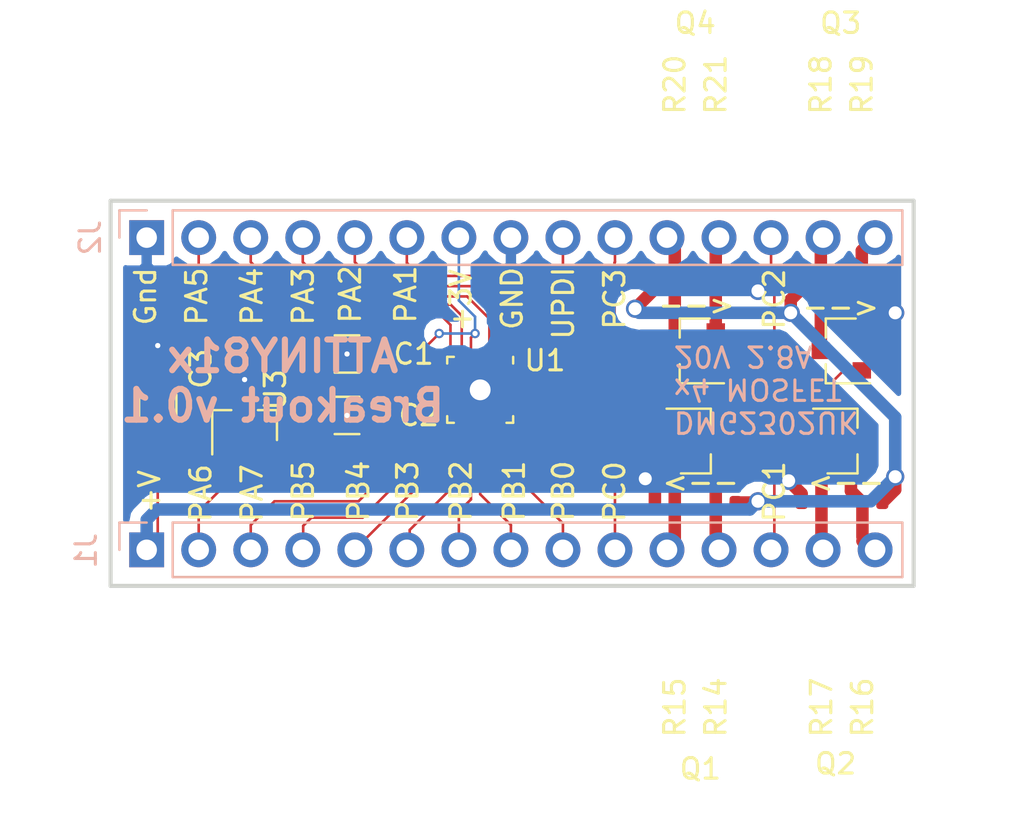
<source format=kicad_pcb>
(kicad_pcb (version 20171130) (host pcbnew "(5.0.2)-1")

  (general
    (thickness 1.6002)
    (drawings 32)
    (tracks 196)
    (zones 0)
    (modules 19)
    (nets 30)
  )

  (page A4)
  (layers
    (0 F.Cu signal)
    (31 B.Cu signal)
    (34 B.Paste user)
    (35 F.Paste user)
    (36 B.SilkS user)
    (37 F.SilkS user)
    (38 B.Mask user)
    (39 F.Mask user)
    (40 Dwgs.User user)
    (41 Cmts.User user)
    (44 Edge.Cuts user)
    (45 Margin user)
    (46 B.CrtYd user)
    (47 F.CrtYd user)
    (48 B.Fab user)
    (49 F.Fab user hide)
  )

  (setup
    (last_trace_width 0.127)
    (user_trace_width 0.254)
    (user_trace_width 0.3048)
    (user_trace_width 0.4064)
    (user_trace_width 0.6096)
    (user_trace_width 0.8128)
    (user_trace_width 1.27)
    (user_trace_width 1.778)
    (user_trace_width 2.54)
    (trace_clearance 0.127)
    (zone_clearance 0.508)
    (zone_45_only no)
    (trace_min 0.127)
    (segment_width 0.2)
    (edge_width 0.15)
    (via_size 0.4572)
    (via_drill 0.254)
    (via_min_size 0.4572)
    (via_min_drill 0.254)
    (user_via 0.762 0.508)
    (user_via 0.889 0.635)
    (user_via 1.016 0.762)
    (user_via 1.143 0.889)
    (user_via 1.27 1.016)
    (user_via 1.524 1.143)
    (user_via 1.778 1.27)
    (user_via 2.032 1.397)
    (uvia_size 0.4572)
    (uvia_drill 0.254)
    (uvias_allowed no)
    (uvia_min_size 0.2)
    (uvia_min_drill 0.1)
    (pcb_text_width 0.3)
    (pcb_text_size 1.5 1.5)
    (mod_edge_width 0.15)
    (mod_text_size 1 1)
    (mod_text_width 0.15)
    (pad_size 1.524 1.524)
    (pad_drill 0)
    (pad_to_mask_clearance 0.2)
    (solder_mask_min_width 0.25)
    (aux_axis_origin 0 0)
    (visible_elements 7FFFFFFF)
    (pcbplotparams
      (layerselection 0x010fc_ffffffff)
      (usegerberextensions false)
      (usegerberattributes false)
      (usegerberadvancedattributes false)
      (creategerberjobfile false)
      (excludeedgelayer true)
      (linewidth 0.100000)
      (plotframeref false)
      (viasonmask false)
      (mode 1)
      (useauxorigin false)
      (hpglpennumber 1)
      (hpglpenspeed 20)
      (hpglpendiameter 15.000000)
      (psnegative false)
      (psa4output false)
      (plotreference true)
      (plotvalue true)
      (plotinvisibletext false)
      (padsonsilk false)
      (subtractmaskfromsilk false)
      (outputformat 1)
      (mirror false)
      (drillshape 0)
      (scaleselection 1)
      (outputdirectory "gerbers/"))
  )

  (net 0 "")
  (net 1 VPP)
  (net 2 GND)
  (net 3 +3V3)
  (net 4 /PC0)
  (net 5 /PC1)
  (net 6 /PC2)
  (net 7 /PC3)
  (net 8 /UPDI)
  (net 9 /PA2)
  (net 10 /PA3)
  (net 11 /PA4)
  (net 12 /PA5)
  (net 13 /PA6)
  (net 14 /PA7)
  (net 15 /PB5)
  (net 16 /PB4)
  (net 17 /PB3)
  (net 18 /PB2)
  (net 19 /PB1)
  (net 20 /PB0)
  (net 21 /PA1)
  (net 22 /PC0_high)
  (net 23 /PC0_low)
  (net 24 /PC1_high)
  (net 25 /PC1_low)
  (net 26 /PC3_low)
  (net 27 /PC3_high)
  (net 28 /PC2_low)
  (net 29 /PC2_high)

  (net_class Default "This is the default net class."
    (clearance 0.127)
    (trace_width 0.127)
    (via_dia 0.4572)
    (via_drill 0.254)
    (uvia_dia 0.4572)
    (uvia_drill 0.254)
    (diff_pair_gap 0.127)
    (diff_pair_width 0.127)
    (add_net +3V3)
    (add_net /PA1)
    (add_net /PA2)
    (add_net /PA3)
    (add_net /PA4)
    (add_net /PA5)
    (add_net /PA6)
    (add_net /PA7)
    (add_net /PB0)
    (add_net /PB1)
    (add_net /PB2)
    (add_net /PB3)
    (add_net /PB4)
    (add_net /PB5)
    (add_net /PC0)
    (add_net /PC0_high)
    (add_net /PC0_low)
    (add_net /PC1)
    (add_net /PC1_high)
    (add_net /PC1_low)
    (add_net /PC2)
    (add_net /PC2_high)
    (add_net /PC2_low)
    (add_net /PC3)
    (add_net /PC3_high)
    (add_net /PC3_low)
    (add_net /UPDI)
    (add_net GND)
    (add_net VPP)
  )

  (module Resistor_SMD:R_0402_1005Metric (layer F.Cu) (tedit 5B301BBD) (tstamp 5C5A221E)
    (at 162.455 104.13)
    (descr "Resistor SMD 0402 (1005 Metric), square (rectangular) end terminal, IPC_7351 nominal, (Body size source: http://www.tortai-tech.com/upload/download/2011102023233369053.pdf), generated with kicad-footprint-generator")
    (tags resistor)
    (path /5C57B307)
    (attr smd)
    (fp_text reference R20 (at 0.485 -10 90) (layer F.SilkS)
      (effects (font (size 1 1) (thickness 0.15)))
    )
    (fp_text value 0 (at 0 1.17) (layer F.Fab)
      (effects (font (size 1 1) (thickness 0.15)))
    )
    (fp_line (start -0.5 0.25) (end -0.5 -0.25) (layer F.Fab) (width 0.1))
    (fp_line (start -0.5 -0.25) (end 0.5 -0.25) (layer F.Fab) (width 0.1))
    (fp_line (start 0.5 -0.25) (end 0.5 0.25) (layer F.Fab) (width 0.1))
    (fp_line (start 0.5 0.25) (end -0.5 0.25) (layer F.Fab) (width 0.1))
    (fp_line (start -0.93 0.47) (end -0.93 -0.47) (layer F.CrtYd) (width 0.05))
    (fp_line (start -0.93 -0.47) (end 0.93 -0.47) (layer F.CrtYd) (width 0.05))
    (fp_line (start 0.93 -0.47) (end 0.93 0.47) (layer F.CrtYd) (width 0.05))
    (fp_line (start 0.93 0.47) (end -0.93 0.47) (layer F.CrtYd) (width 0.05))
    (fp_text user %R (at 0 0) (layer F.Fab)
      (effects (font (size 0.25 0.25) (thickness 0.04)))
    )
    (pad 1 smd roundrect (at -0.485 0) (size 0.59 0.64) (layers F.Cu F.Paste F.Mask) (roundrect_rratio 0.25)
      (net 1 VPP))
    (pad 2 smd roundrect (at 0.485 0) (size 0.59 0.64) (layers F.Cu F.Paste F.Mask) (roundrect_rratio 0.25)
      (net 26 /PC3_low))
    (model ${KISYS3DMOD}/Resistor_SMD.3dshapes/R_0402_1005Metric.wrl
      (at (xyz 0 0 0))
      (scale (xyz 1 1 1))
      (rotate (xyz 0 0 0))
    )
  )

  (module Resistor_SMD:R_0402_1005Metric (layer F.Cu) (tedit 5C5A3B89) (tstamp 5C5A222D)
    (at 165.425 104.13)
    (descr "Resistor SMD 0402 (1005 Metric), square (rectangular) end terminal, IPC_7351 nominal, (Body size source: http://www.tortai-tech.com/upload/download/2011102023233369053.pdf), generated with kicad-footprint-generator")
    (tags resistor)
    (path /5C57B30E)
    (attr smd)
    (fp_text reference R21 (at -0.485 -10 90) (layer F.SilkS)
      (effects (font (size 1 1) (thickness 0.15)))
    )
    (fp_text value 0 (at 0 1.17) (layer F.Fab)
      (effects (font (size 1 1) (thickness 0.15)))
    )
    (fp_text user %R (at 0 0) (layer F.Fab)
      (effects (font (size 0.25 0.25) (thickness 0.04)))
    )
    (fp_line (start 0.93 0.47) (end -0.93 0.47) (layer F.CrtYd) (width 0.05))
    (fp_line (start 0.93 -0.47) (end 0.93 0.47) (layer F.CrtYd) (width 0.05))
    (fp_line (start -0.93 -0.47) (end 0.93 -0.47) (layer F.CrtYd) (width 0.05))
    (fp_line (start -0.93 0.47) (end -0.93 -0.47) (layer F.CrtYd) (width 0.05))
    (fp_line (start 0.5 0.25) (end -0.5 0.25) (layer F.Fab) (width 0.1))
    (fp_line (start 0.5 -0.25) (end 0.5 0.25) (layer F.Fab) (width 0.1))
    (fp_line (start -0.5 -0.25) (end 0.5 -0.25) (layer F.Fab) (width 0.1))
    (fp_line (start -0.5 0.25) (end -0.5 -0.25) (layer F.Fab) (width 0.1))
    (pad 2 smd roundrect (at 0.485 0) (size 0.59 0.64) (layers F.Cu F.Paste F.Mask) (roundrect_rratio 0.25)
      (net 2 GND))
    (pad 1 smd roundrect (at -0.485 0) (size 0.59 0.64) (layers F.Cu F.Paste F.Mask) (roundrect_rratio 0.25)
      (net 27 /PC3_high))
    (model ${KISYS3DMOD}/Resistor_SMD.3dshapes/R_0402_1005Metric.wrl
      (at (xyz 0 0 0))
      (scale (xyz 1 1 1))
      (rotate (xyz 0 0 0))
    )
  )

  (module Package_TO_SOT_SMD:SOT-23 (layer F.Cu) (tedit 5A02FF57) (tstamp 5C5A8310)
    (at 163.94 107.13 180)
    (descr "SOT-23, Standard")
    (tags SOT-23)
    (path /5C57B300)
    (attr smd)
    (fp_text reference Q4 (at 0 16 180) (layer F.SilkS)
      (effects (font (size 1 1) (thickness 0.15)))
    )
    (fp_text value Q_NMOS_GSD (at 0 2.5 180) (layer F.Fab)
      (effects (font (size 1 1) (thickness 0.15)))
    )
    (fp_line (start 0.76 1.58) (end -0.7 1.58) (layer F.SilkS) (width 0.12))
    (fp_line (start 0.76 -1.58) (end -1.4 -1.58) (layer F.SilkS) (width 0.12))
    (fp_line (start -1.7 1.75) (end -1.7 -1.75) (layer F.CrtYd) (width 0.05))
    (fp_line (start 1.7 1.75) (end -1.7 1.75) (layer F.CrtYd) (width 0.05))
    (fp_line (start 1.7 -1.75) (end 1.7 1.75) (layer F.CrtYd) (width 0.05))
    (fp_line (start -1.7 -1.75) (end 1.7 -1.75) (layer F.CrtYd) (width 0.05))
    (fp_line (start 0.76 -1.58) (end 0.76 -0.65) (layer F.SilkS) (width 0.12))
    (fp_line (start 0.76 1.58) (end 0.76 0.65) (layer F.SilkS) (width 0.12))
    (fp_line (start -0.7 1.52) (end 0.7 1.52) (layer F.Fab) (width 0.1))
    (fp_line (start 0.7 -1.52) (end 0.7 1.52) (layer F.Fab) (width 0.1))
    (fp_line (start -0.7 -0.95) (end -0.15 -1.52) (layer F.Fab) (width 0.1))
    (fp_line (start -0.15 -1.52) (end 0.7 -1.52) (layer F.Fab) (width 0.1))
    (fp_line (start -0.7 -0.95) (end -0.7 1.5) (layer F.Fab) (width 0.1))
    (fp_text user %R (at 0 0 270) (layer F.Fab)
      (effects (font (size 0.5 0.5) (thickness 0.075)))
    )
    (pad 3 smd rect (at 1 0 180) (size 0.9 0.8) (layers F.Cu F.Paste F.Mask)
      (net 26 /PC3_low))
    (pad 2 smd rect (at -1 0.95 180) (size 0.9 0.8) (layers F.Cu F.Paste F.Mask)
      (net 27 /PC3_high))
    (pad 1 smd rect (at -1 -0.95 180) (size 0.9 0.8) (layers F.Cu F.Paste F.Mask)
      (net 7 /PC3))
    (model ${KISYS3DMOD}/Package_TO_SOT_SMD.3dshapes/SOT-23.wrl
      (at (xyz 0 0 0))
      (scale (xyz 1 1 1))
      (rotate (xyz 0 0 0))
    )
  )

  (module Resistor_SMD:R_0402_1005Metric (layer F.Cu) (tedit 5B301BBD) (tstamp 5C5A21C4)
    (at 165.425 114.53 180)
    (descr "Resistor SMD 0402 (1005 Metric), square (rectangular) end terminal, IPC_7351 nominal, (Body size source: http://www.tortai-tech.com/upload/download/2011102023233369053.pdf), generated with kicad-footprint-generator")
    (tags resistor)
    (path /5C57A814)
    (attr smd)
    (fp_text reference R14 (at 0.485 -10 270) (layer F.SilkS)
      (effects (font (size 1 1) (thickness 0.15)))
    )
    (fp_text value 0 (at 0 1.17 180) (layer F.Fab)
      (effects (font (size 1 1) (thickness 0.15)))
    )
    (fp_line (start -0.5 0.25) (end -0.5 -0.25) (layer F.Fab) (width 0.1))
    (fp_line (start -0.5 -0.25) (end 0.5 -0.25) (layer F.Fab) (width 0.1))
    (fp_line (start 0.5 -0.25) (end 0.5 0.25) (layer F.Fab) (width 0.1))
    (fp_line (start 0.5 0.25) (end -0.5 0.25) (layer F.Fab) (width 0.1))
    (fp_line (start -0.93 0.47) (end -0.93 -0.47) (layer F.CrtYd) (width 0.05))
    (fp_line (start -0.93 -0.47) (end 0.93 -0.47) (layer F.CrtYd) (width 0.05))
    (fp_line (start 0.93 -0.47) (end 0.93 0.47) (layer F.CrtYd) (width 0.05))
    (fp_line (start 0.93 0.47) (end -0.93 0.47) (layer F.CrtYd) (width 0.05))
    (fp_text user %R (at 0 0 180) (layer F.Fab)
      (effects (font (size 0.25 0.25) (thickness 0.04)))
    )
    (pad 1 smd roundrect (at -0.485 0 180) (size 0.59 0.64) (layers F.Cu F.Paste F.Mask) (roundrect_rratio 0.25)
      (net 1 VPP))
    (pad 2 smd roundrect (at 0.485 0 180) (size 0.59 0.64) (layers F.Cu F.Paste F.Mask) (roundrect_rratio 0.25)
      (net 23 /PC0_low))
    (model ${KISYS3DMOD}/Resistor_SMD.3dshapes/R_0402_1005Metric.wrl
      (at (xyz 0 0 0))
      (scale (xyz 1 1 1))
      (rotate (xyz 0 0 0))
    )
  )

  (module Resistor_SMD:R_0402_1005Metric (layer F.Cu) (tedit 5B301BBD) (tstamp 5C5A21D3)
    (at 162.455 114.53 180)
    (descr "Resistor SMD 0402 (1005 Metric), square (rectangular) end terminal, IPC_7351 nominal, (Body size source: http://www.tortai-tech.com/upload/download/2011102023233369053.pdf), generated with kicad-footprint-generator")
    (tags resistor)
    (path /5C57AB62)
    (attr smd)
    (fp_text reference R15 (at -0.485 -10 270) (layer F.SilkS)
      (effects (font (size 1 1) (thickness 0.15)))
    )
    (fp_text value 0 (at 0 1.17 180) (layer F.Fab)
      (effects (font (size 1 1) (thickness 0.15)))
    )
    (fp_text user %R (at 0 0 180) (layer F.Fab)
      (effects (font (size 0.25 0.25) (thickness 0.04)))
    )
    (fp_line (start 0.93 0.47) (end -0.93 0.47) (layer F.CrtYd) (width 0.05))
    (fp_line (start 0.93 -0.47) (end 0.93 0.47) (layer F.CrtYd) (width 0.05))
    (fp_line (start -0.93 -0.47) (end 0.93 -0.47) (layer F.CrtYd) (width 0.05))
    (fp_line (start -0.93 0.47) (end -0.93 -0.47) (layer F.CrtYd) (width 0.05))
    (fp_line (start 0.5 0.25) (end -0.5 0.25) (layer F.Fab) (width 0.1))
    (fp_line (start 0.5 -0.25) (end 0.5 0.25) (layer F.Fab) (width 0.1))
    (fp_line (start -0.5 -0.25) (end 0.5 -0.25) (layer F.Fab) (width 0.1))
    (fp_line (start -0.5 0.25) (end -0.5 -0.25) (layer F.Fab) (width 0.1))
    (pad 2 smd roundrect (at 0.485 0 180) (size 0.59 0.64) (layers F.Cu F.Paste F.Mask) (roundrect_rratio 0.25)
      (net 2 GND))
    (pad 1 smd roundrect (at -0.485 0 180) (size 0.59 0.64) (layers F.Cu F.Paste F.Mask) (roundrect_rratio 0.25)
      (net 22 /PC0_high))
    (model ${KISYS3DMOD}/Resistor_SMD.3dshapes/R_0402_1005Metric.wrl
      (at (xyz 0 0 0))
      (scale (xyz 1 1 1))
      (rotate (xyz 0 0 0))
    )
  )

  (module Resistor_SMD:R_0402_1005Metric (layer F.Cu) (tedit 5B301BBD) (tstamp 5C5A21E2)
    (at 172.585 114.53 180)
    (descr "Resistor SMD 0402 (1005 Metric), square (rectangular) end terminal, IPC_7351 nominal, (Body size source: http://www.tortai-tech.com/upload/download/2011102023233369053.pdf), generated with kicad-footprint-generator")
    (tags resistor)
    (path /5C57B266)
    (attr smd)
    (fp_text reference R16 (at 0.485 -10 270) (layer F.SilkS)
      (effects (font (size 1 1) (thickness 0.15)))
    )
    (fp_text value 0 (at 0 1.17 180) (layer F.Fab)
      (effects (font (size 1 1) (thickness 0.15)))
    )
    (fp_text user %R (at 0 0 180) (layer F.Fab)
      (effects (font (size 0.25 0.25) (thickness 0.04)))
    )
    (fp_line (start 0.93 0.47) (end -0.93 0.47) (layer F.CrtYd) (width 0.05))
    (fp_line (start 0.93 -0.47) (end 0.93 0.47) (layer F.CrtYd) (width 0.05))
    (fp_line (start -0.93 -0.47) (end 0.93 -0.47) (layer F.CrtYd) (width 0.05))
    (fp_line (start -0.93 0.47) (end -0.93 -0.47) (layer F.CrtYd) (width 0.05))
    (fp_line (start 0.5 0.25) (end -0.5 0.25) (layer F.Fab) (width 0.1))
    (fp_line (start 0.5 -0.25) (end 0.5 0.25) (layer F.Fab) (width 0.1))
    (fp_line (start -0.5 -0.25) (end 0.5 -0.25) (layer F.Fab) (width 0.1))
    (fp_line (start -0.5 0.25) (end -0.5 -0.25) (layer F.Fab) (width 0.1))
    (pad 2 smd roundrect (at 0.485 0 180) (size 0.59 0.64) (layers F.Cu F.Paste F.Mask) (roundrect_rratio 0.25)
      (net 25 /PC1_low))
    (pad 1 smd roundrect (at -0.485 0 180) (size 0.59 0.64) (layers F.Cu F.Paste F.Mask) (roundrect_rratio 0.25)
      (net 1 VPP))
    (model ${KISYS3DMOD}/Resistor_SMD.3dshapes/R_0402_1005Metric.wrl
      (at (xyz 0 0 0))
      (scale (xyz 1 1 1))
      (rotate (xyz 0 0 0))
    )
  )

  (module Resistor_SMD:R_0402_1005Metric (layer F.Cu) (tedit 5B301BBD) (tstamp 5C5A21F1)
    (at 169.615 114.53 180)
    (descr "Resistor SMD 0402 (1005 Metric), square (rectangular) end terminal, IPC_7351 nominal, (Body size source: http://www.tortai-tech.com/upload/download/2011102023233369053.pdf), generated with kicad-footprint-generator")
    (tags resistor)
    (path /5C57B26D)
    (attr smd)
    (fp_text reference R17 (at -0.485 -10 270) (layer F.SilkS)
      (effects (font (size 1 1) (thickness 0.15)))
    )
    (fp_text value 0 (at 0 1.17 180) (layer F.Fab)
      (effects (font (size 1 1) (thickness 0.15)))
    )
    (fp_line (start -0.5 0.25) (end -0.5 -0.25) (layer F.Fab) (width 0.1))
    (fp_line (start -0.5 -0.25) (end 0.5 -0.25) (layer F.Fab) (width 0.1))
    (fp_line (start 0.5 -0.25) (end 0.5 0.25) (layer F.Fab) (width 0.1))
    (fp_line (start 0.5 0.25) (end -0.5 0.25) (layer F.Fab) (width 0.1))
    (fp_line (start -0.93 0.47) (end -0.93 -0.47) (layer F.CrtYd) (width 0.05))
    (fp_line (start -0.93 -0.47) (end 0.93 -0.47) (layer F.CrtYd) (width 0.05))
    (fp_line (start 0.93 -0.47) (end 0.93 0.47) (layer F.CrtYd) (width 0.05))
    (fp_line (start 0.93 0.47) (end -0.93 0.47) (layer F.CrtYd) (width 0.05))
    (fp_text user %R (at 0 0 180) (layer F.Fab)
      (effects (font (size 0.25 0.25) (thickness 0.04)))
    )
    (pad 1 smd roundrect (at -0.485 0 180) (size 0.59 0.64) (layers F.Cu F.Paste F.Mask) (roundrect_rratio 0.25)
      (net 24 /PC1_high))
    (pad 2 smd roundrect (at 0.485 0 180) (size 0.59 0.64) (layers F.Cu F.Paste F.Mask) (roundrect_rratio 0.25)
      (net 2 GND))
    (model ${KISYS3DMOD}/Resistor_SMD.3dshapes/R_0402_1005Metric.wrl
      (at (xyz 0 0 0))
      (scale (xyz 1 1 1))
      (rotate (xyz 0 0 0))
    )
  )

  (module Resistor_SMD:R_0402_1005Metric (layer F.Cu) (tedit 5B301BBD) (tstamp 5C5A2200)
    (at 169.585 104.13)
    (descr "Resistor SMD 0402 (1005 Metric), square (rectangular) end terminal, IPC_7351 nominal, (Body size source: http://www.tortai-tech.com/upload/download/2011102023233369053.pdf), generated with kicad-footprint-generator")
    (tags resistor)
    (path /5C57B1C5)
    (attr smd)
    (fp_text reference R18 (at 0.485 -10 90) (layer F.SilkS)
      (effects (font (size 1 1) (thickness 0.15)))
    )
    (fp_text value 0 (at 0 1.17) (layer F.Fab)
      (effects (font (size 1 1) (thickness 0.15)))
    )
    (fp_text user %R (at 0 0) (layer F.Fab)
      (effects (font (size 0.25 0.25) (thickness 0.04)))
    )
    (fp_line (start 0.93 0.47) (end -0.93 0.47) (layer F.CrtYd) (width 0.05))
    (fp_line (start 0.93 -0.47) (end 0.93 0.47) (layer F.CrtYd) (width 0.05))
    (fp_line (start -0.93 -0.47) (end 0.93 -0.47) (layer F.CrtYd) (width 0.05))
    (fp_line (start -0.93 0.47) (end -0.93 -0.47) (layer F.CrtYd) (width 0.05))
    (fp_line (start 0.5 0.25) (end -0.5 0.25) (layer F.Fab) (width 0.1))
    (fp_line (start 0.5 -0.25) (end 0.5 0.25) (layer F.Fab) (width 0.1))
    (fp_line (start -0.5 -0.25) (end 0.5 -0.25) (layer F.Fab) (width 0.1))
    (fp_line (start -0.5 0.25) (end -0.5 -0.25) (layer F.Fab) (width 0.1))
    (pad 2 smd roundrect (at 0.485 0) (size 0.59 0.64) (layers F.Cu F.Paste F.Mask) (roundrect_rratio 0.25)
      (net 28 /PC2_low))
    (pad 1 smd roundrect (at -0.485 0) (size 0.59 0.64) (layers F.Cu F.Paste F.Mask) (roundrect_rratio 0.25)
      (net 1 VPP))
    (model ${KISYS3DMOD}/Resistor_SMD.3dshapes/R_0402_1005Metric.wrl
      (at (xyz 0 0 0))
      (scale (xyz 1 1 1))
      (rotate (xyz 0 0 0))
    )
  )

  (module Resistor_SMD:R_0402_1005Metric (layer F.Cu) (tedit 5B301BBD) (tstamp 5C5C1DE1)
    (at 172.555 104.13)
    (descr "Resistor SMD 0402 (1005 Metric), square (rectangular) end terminal, IPC_7351 nominal, (Body size source: http://www.tortai-tech.com/upload/download/2011102023233369053.pdf), generated with kicad-footprint-generator")
    (tags resistor)
    (path /5C57B1CC)
    (attr smd)
    (fp_text reference R19 (at -0.485 -10 90) (layer F.SilkS)
      (effects (font (size 1 1) (thickness 0.15)))
    )
    (fp_text value 0 (at 0 1.17) (layer F.Fab)
      (effects (font (size 1 1) (thickness 0.15)))
    )
    (fp_line (start -0.5 0.25) (end -0.5 -0.25) (layer F.Fab) (width 0.1))
    (fp_line (start -0.5 -0.25) (end 0.5 -0.25) (layer F.Fab) (width 0.1))
    (fp_line (start 0.5 -0.25) (end 0.5 0.25) (layer F.Fab) (width 0.1))
    (fp_line (start 0.5 0.25) (end -0.5 0.25) (layer F.Fab) (width 0.1))
    (fp_line (start -0.93 0.47) (end -0.93 -0.47) (layer F.CrtYd) (width 0.05))
    (fp_line (start -0.93 -0.47) (end 0.93 -0.47) (layer F.CrtYd) (width 0.05))
    (fp_line (start 0.93 -0.47) (end 0.93 0.47) (layer F.CrtYd) (width 0.05))
    (fp_line (start 0.93 0.47) (end -0.93 0.47) (layer F.CrtYd) (width 0.05))
    (fp_text user %R (at 0 0) (layer F.Fab)
      (effects (font (size 0.25 0.25) (thickness 0.04)))
    )
    (pad 1 smd roundrect (at -0.485 0) (size 0.59 0.64) (layers F.Cu F.Paste F.Mask) (roundrect_rratio 0.25)
      (net 29 /PC2_high))
    (pad 2 smd roundrect (at 0.485 0) (size 0.59 0.64) (layers F.Cu F.Paste F.Mask) (roundrect_rratio 0.25)
      (net 2 GND))
    (model ${KISYS3DMOD}/Resistor_SMD.3dshapes/R_0402_1005Metric.wrl
      (at (xyz 0 0 0))
      (scale (xyz 1 1 1))
      (rotate (xyz 0 0 0))
    )
  )

  (module Package_TO_SOT_SMD:SOT-23 (layer F.Cu) (tedit 5A02FF57) (tstamp 5C5A82D1)
    (at 163.94 111.53)
    (descr "SOT-23, Standard")
    (tags SOT-23)
    (path /5C57A7D0)
    (attr smd)
    (fp_text reference Q1 (at 0.25 16) (layer F.SilkS)
      (effects (font (size 1 1) (thickness 0.15)))
    )
    (fp_text value Q_NMOS_GSD (at 0 2.5) (layer F.Fab)
      (effects (font (size 1 1) (thickness 0.15)))
    )
    (fp_text user %R (at 0 0 90) (layer F.Fab)
      (effects (font (size 0.5 0.5) (thickness 0.075)))
    )
    (fp_line (start -0.7 -0.95) (end -0.7 1.5) (layer F.Fab) (width 0.1))
    (fp_line (start -0.15 -1.52) (end 0.7 -1.52) (layer F.Fab) (width 0.1))
    (fp_line (start -0.7 -0.95) (end -0.15 -1.52) (layer F.Fab) (width 0.1))
    (fp_line (start 0.7 -1.52) (end 0.7 1.52) (layer F.Fab) (width 0.1))
    (fp_line (start -0.7 1.52) (end 0.7 1.52) (layer F.Fab) (width 0.1))
    (fp_line (start 0.76 1.58) (end 0.76 0.65) (layer F.SilkS) (width 0.12))
    (fp_line (start 0.76 -1.58) (end 0.76 -0.65) (layer F.SilkS) (width 0.12))
    (fp_line (start -1.7 -1.75) (end 1.7 -1.75) (layer F.CrtYd) (width 0.05))
    (fp_line (start 1.7 -1.75) (end 1.7 1.75) (layer F.CrtYd) (width 0.05))
    (fp_line (start 1.7 1.75) (end -1.7 1.75) (layer F.CrtYd) (width 0.05))
    (fp_line (start -1.7 1.75) (end -1.7 -1.75) (layer F.CrtYd) (width 0.05))
    (fp_line (start 0.76 -1.58) (end -1.4 -1.58) (layer F.SilkS) (width 0.12))
    (fp_line (start 0.76 1.58) (end -0.7 1.58) (layer F.SilkS) (width 0.12))
    (pad 1 smd rect (at -1 -0.95) (size 0.9 0.8) (layers F.Cu F.Paste F.Mask)
      (net 4 /PC0))
    (pad 2 smd rect (at -1 0.95) (size 0.9 0.8) (layers F.Cu F.Paste F.Mask)
      (net 22 /PC0_high))
    (pad 3 smd rect (at 1 0) (size 0.9 0.8) (layers F.Cu F.Paste F.Mask)
      (net 23 /PC0_low))
    (model ${KISYS3DMOD}/Package_TO_SOT_SMD.3dshapes/SOT-23.wrl
      (at (xyz 0 0 0))
      (scale (xyz 1 1 1))
      (rotate (xyz 0 0 0))
    )
  )

  (module Package_TO_SOT_SMD:SOT-23 (layer F.Cu) (tedit 5A02FF57) (tstamp 5C5A82E6)
    (at 171.1 111.53)
    (descr "SOT-23, Standard")
    (tags SOT-23)
    (path /5C57B25F)
    (attr smd)
    (fp_text reference Q2 (at -0.31 15.75) (layer F.SilkS)
      (effects (font (size 1 1) (thickness 0.15)))
    )
    (fp_text value Q_NMOS_GSD (at 0 2.5) (layer F.Fab)
      (effects (font (size 1 1) (thickness 0.15)))
    )
    (fp_text user %R (at 0 0 90) (layer F.Fab)
      (effects (font (size 0.5 0.5) (thickness 0.075)))
    )
    (fp_line (start -0.7 -0.95) (end -0.7 1.5) (layer F.Fab) (width 0.1))
    (fp_line (start -0.15 -1.52) (end 0.7 -1.52) (layer F.Fab) (width 0.1))
    (fp_line (start -0.7 -0.95) (end -0.15 -1.52) (layer F.Fab) (width 0.1))
    (fp_line (start 0.7 -1.52) (end 0.7 1.52) (layer F.Fab) (width 0.1))
    (fp_line (start -0.7 1.52) (end 0.7 1.52) (layer F.Fab) (width 0.1))
    (fp_line (start 0.76 1.58) (end 0.76 0.65) (layer F.SilkS) (width 0.12))
    (fp_line (start 0.76 -1.58) (end 0.76 -0.65) (layer F.SilkS) (width 0.12))
    (fp_line (start -1.7 -1.75) (end 1.7 -1.75) (layer F.CrtYd) (width 0.05))
    (fp_line (start 1.7 -1.75) (end 1.7 1.75) (layer F.CrtYd) (width 0.05))
    (fp_line (start 1.7 1.75) (end -1.7 1.75) (layer F.CrtYd) (width 0.05))
    (fp_line (start -1.7 1.75) (end -1.7 -1.75) (layer F.CrtYd) (width 0.05))
    (fp_line (start 0.76 -1.58) (end -1.4 -1.58) (layer F.SilkS) (width 0.12))
    (fp_line (start 0.76 1.58) (end -0.7 1.58) (layer F.SilkS) (width 0.12))
    (pad 1 smd rect (at -1 -0.95) (size 0.9 0.8) (layers F.Cu F.Paste F.Mask)
      (net 5 /PC1))
    (pad 2 smd rect (at -1 0.95) (size 0.9 0.8) (layers F.Cu F.Paste F.Mask)
      (net 24 /PC1_high))
    (pad 3 smd rect (at 1 0) (size 0.9 0.8) (layers F.Cu F.Paste F.Mask)
      (net 25 /PC1_low))
    (model ${KISYS3DMOD}/Package_TO_SOT_SMD.3dshapes/SOT-23.wrl
      (at (xyz 0 0 0))
      (scale (xyz 1 1 1))
      (rotate (xyz 0 0 0))
    )
  )

  (module Package_TO_SOT_SMD:SOT-23 (layer F.Cu) (tedit 5A02FF57) (tstamp 5C5A82FB)
    (at 171.07 107.13 180)
    (descr "SOT-23, Standard")
    (tags SOT-23)
    (path /5C57B1BE)
    (attr smd)
    (fp_text reference Q3 (at 0.03 16 180) (layer F.SilkS)
      (effects (font (size 1 1) (thickness 0.15)))
    )
    (fp_text value Q_NMOS_GSD (at 0 2.5 180) (layer F.Fab)
      (effects (font (size 1 1) (thickness 0.15)))
    )
    (fp_line (start 0.76 1.58) (end -0.7 1.58) (layer F.SilkS) (width 0.12))
    (fp_line (start 0.76 -1.58) (end -1.4 -1.58) (layer F.SilkS) (width 0.12))
    (fp_line (start -1.7 1.75) (end -1.7 -1.75) (layer F.CrtYd) (width 0.05))
    (fp_line (start 1.7 1.75) (end -1.7 1.75) (layer F.CrtYd) (width 0.05))
    (fp_line (start 1.7 -1.75) (end 1.7 1.75) (layer F.CrtYd) (width 0.05))
    (fp_line (start -1.7 -1.75) (end 1.7 -1.75) (layer F.CrtYd) (width 0.05))
    (fp_line (start 0.76 -1.58) (end 0.76 -0.65) (layer F.SilkS) (width 0.12))
    (fp_line (start 0.76 1.58) (end 0.76 0.65) (layer F.SilkS) (width 0.12))
    (fp_line (start -0.7 1.52) (end 0.7 1.52) (layer F.Fab) (width 0.1))
    (fp_line (start 0.7 -1.52) (end 0.7 1.52) (layer F.Fab) (width 0.1))
    (fp_line (start -0.7 -0.95) (end -0.15 -1.52) (layer F.Fab) (width 0.1))
    (fp_line (start -0.15 -1.52) (end 0.7 -1.52) (layer F.Fab) (width 0.1))
    (fp_line (start -0.7 -0.95) (end -0.7 1.5) (layer F.Fab) (width 0.1))
    (fp_text user %R (at 0 0 270) (layer F.Fab)
      (effects (font (size 0.5 0.5) (thickness 0.075)))
    )
    (pad 3 smd rect (at 1 0 180) (size 0.9 0.8) (layers F.Cu F.Paste F.Mask)
      (net 28 /PC2_low))
    (pad 2 smd rect (at -1 0.95 180) (size 0.9 0.8) (layers F.Cu F.Paste F.Mask)
      (net 29 /PC2_high))
    (pad 1 smd rect (at -1 -0.95 180) (size 0.9 0.8) (layers F.Cu F.Paste F.Mask)
      (net 6 /PC2))
    (model ${KISYS3DMOD}/Package_TO_SOT_SMD.3dshapes/SOT-23.wrl
      (at (xyz 0 0 0))
      (scale (xyz 1 1 1))
      (rotate (xyz 0 0 0))
    )
  )

  (module Package_DFN_QFN:VQFN-20-1EP_3x3mm_P0.45mm_EP1.55x1.55mm (layer F.Cu) (tedit 5BBD37D9) (tstamp 5C5A833E)
    (at 153.44 109.03 270)
    (descr "VQFN, 20 Pin (http://ww1.microchip.com/downloads/en/DeviceDoc/doc8246.pdf (page 264)), generated with kicad-footprint-generator ipc_dfn_qfn_generator.py")
    (tags "VQFN DFN_QFN")
    (path /5C5789FB)
    (attr smd)
    (fp_text reference U1 (at -1.43 -3.16) (layer F.SilkS)
      (effects (font (size 1 1) (thickness 0.15)))
    )
    (fp_text value ATTINY816VQFN (at 0 2.82 270) (layer F.Fab)
      (effects (font (size 1 1) (thickness 0.15)))
    )
    (fp_line (start 1.285 -1.61) (end 1.61 -1.61) (layer F.SilkS) (width 0.12))
    (fp_line (start 1.61 -1.61) (end 1.61 -1.285) (layer F.SilkS) (width 0.12))
    (fp_line (start -1.285 1.61) (end -1.61 1.61) (layer F.SilkS) (width 0.12))
    (fp_line (start -1.61 1.61) (end -1.61 1.285) (layer F.SilkS) (width 0.12))
    (fp_line (start 1.285 1.61) (end 1.61 1.61) (layer F.SilkS) (width 0.12))
    (fp_line (start 1.61 1.61) (end 1.61 1.285) (layer F.SilkS) (width 0.12))
    (fp_line (start -1.285 -1.61) (end -1.61 -1.61) (layer F.SilkS) (width 0.12))
    (fp_line (start -0.75 -1.5) (end 1.5 -1.5) (layer F.Fab) (width 0.1))
    (fp_line (start 1.5 -1.5) (end 1.5 1.5) (layer F.Fab) (width 0.1))
    (fp_line (start 1.5 1.5) (end -1.5 1.5) (layer F.Fab) (width 0.1))
    (fp_line (start -1.5 1.5) (end -1.5 -0.75) (layer F.Fab) (width 0.1))
    (fp_line (start -1.5 -0.75) (end -0.75 -1.5) (layer F.Fab) (width 0.1))
    (fp_line (start -2.12 -2.12) (end -2.12 2.12) (layer F.CrtYd) (width 0.05))
    (fp_line (start -2.12 2.12) (end 2.12 2.12) (layer F.CrtYd) (width 0.05))
    (fp_line (start 2.12 2.12) (end 2.12 -2.12) (layer F.CrtYd) (width 0.05))
    (fp_line (start 2.12 -2.12) (end -2.12 -2.12) (layer F.CrtYd) (width 0.05))
    (fp_text user %R (at 0 0 270) (layer F.Fab)
      (effects (font (size 0.75 0.75) (thickness 0.11)))
    )
    (pad 21 smd roundrect (at 0 0 270) (size 1.55 1.55) (layers F.Cu F.Mask) (roundrect_rratio 0.16129)
      (net 2 GND))
    (pad "" smd roundrect (at -0.39 -0.39 270) (size 0.62 0.62) (layers F.Paste) (roundrect_rratio 0.25))
    (pad "" smd roundrect (at -0.39 0.39 270) (size 0.62 0.62) (layers F.Paste) (roundrect_rratio 0.25))
    (pad "" smd roundrect (at 0.39 -0.39 270) (size 0.62 0.62) (layers F.Paste) (roundrect_rratio 0.25))
    (pad "" smd roundrect (at 0.39 0.39 270) (size 0.62 0.62) (layers F.Paste) (roundrect_rratio 0.25))
    (pad 1 smd custom (at -1.45 -0.9 270) (size 0.179289 0.179289) (layers F.Cu F.Paste F.Mask)
      (net 9 /PA2)
      (options (clearance outline) (anchor circle))
      (primitives
        (gr_poly (pts
           (xy -0.3625 -0.0625) (xy 0.2625 -0.0625) (xy 0.3625 0.0375) (xy 0.3625 0.0625) (xy -0.3625 0.0625)
) (width 0.125))
      ))
    (pad 2 smd roundrect (at -1.45 -0.45 270) (size 0.85 0.25) (layers F.Cu F.Paste F.Mask) (roundrect_rratio 0.25)
      (net 10 /PA3))
    (pad 3 smd roundrect (at -1.45 0 270) (size 0.85 0.25) (layers F.Cu F.Paste F.Mask) (roundrect_rratio 0.25)
      (net 2 GND))
    (pad 4 smd roundrect (at -1.45 0.45 270) (size 0.85 0.25) (layers F.Cu F.Paste F.Mask) (roundrect_rratio 0.25)
      (net 3 +3V3))
    (pad 5 smd custom (at -1.45 0.9 270) (size 0.179289 0.179289) (layers F.Cu F.Paste F.Mask)
      (net 11 /PA4)
      (options (clearance outline) (anchor circle))
      (primitives
        (gr_poly (pts
           (xy -0.3625 -0.0625) (xy 0.3625 -0.0625) (xy 0.3625 -0.0375) (xy 0.2625 0.0625) (xy -0.3625 0.0625)
) (width 0.125))
      ))
    (pad 6 smd custom (at -0.9 1.45 270) (size 0.179289 0.179289) (layers F.Cu F.Paste F.Mask)
      (net 12 /PA5)
      (options (clearance outline) (anchor circle))
      (primitives
        (gr_poly (pts
           (xy -0.0625 -0.2625) (xy 0.0375 -0.3625) (xy 0.0625 -0.3625) (xy 0.0625 0.3625) (xy -0.0625 0.3625)
) (width 0.125))
      ))
    (pad 7 smd roundrect (at -0.45 1.45 270) (size 0.25 0.85) (layers F.Cu F.Paste F.Mask) (roundrect_rratio 0.25)
      (net 13 /PA6))
    (pad 8 smd roundrect (at 0 1.45 270) (size 0.25 0.85) (layers F.Cu F.Paste F.Mask) (roundrect_rratio 0.25)
      (net 14 /PA7))
    (pad 9 smd roundrect (at 0.45 1.45 270) (size 0.25 0.85) (layers F.Cu F.Paste F.Mask) (roundrect_rratio 0.25)
      (net 15 /PB5))
    (pad 10 smd custom (at 0.9 1.45 270) (size 0.179289 0.179289) (layers F.Cu F.Paste F.Mask)
      (net 16 /PB4)
      (options (clearance outline) (anchor circle))
      (primitives
        (gr_poly (pts
           (xy -0.0625 -0.3625) (xy -0.0375 -0.3625) (xy 0.0625 -0.2625) (xy 0.0625 0.3625) (xy -0.0625 0.3625)
) (width 0.125))
      ))
    (pad 11 smd custom (at 1.45 0.9 270) (size 0.179289 0.179289) (layers F.Cu F.Paste F.Mask)
      (net 17 /PB3)
      (options (clearance outline) (anchor circle))
      (primitives
        (gr_poly (pts
           (xy -0.3625 -0.0625) (xy 0.3625 -0.0625) (xy 0.3625 0.0625) (xy -0.2625 0.0625) (xy -0.3625 -0.0375)
) (width 0.125))
      ))
    (pad 12 smd roundrect (at 1.45 0.45 270) (size 0.85 0.25) (layers F.Cu F.Paste F.Mask) (roundrect_rratio 0.25)
      (net 18 /PB2))
    (pad 13 smd roundrect (at 1.45 0 270) (size 0.85 0.25) (layers F.Cu F.Paste F.Mask) (roundrect_rratio 0.25)
      (net 19 /PB1))
    (pad 14 smd roundrect (at 1.45 -0.45 270) (size 0.85 0.25) (layers F.Cu F.Paste F.Mask) (roundrect_rratio 0.25)
      (net 20 /PB0))
    (pad 15 smd custom (at 1.45 -0.9 270) (size 0.179289 0.179289) (layers F.Cu F.Paste F.Mask)
      (net 4 /PC0)
      (options (clearance outline) (anchor circle))
      (primitives
        (gr_poly (pts
           (xy -0.3625 0.0375) (xy -0.2625 -0.0625) (xy 0.3625 -0.0625) (xy 0.3625 0.0625) (xy -0.3625 0.0625)
) (width 0.125))
      ))
    (pad 16 smd custom (at 0.9 -1.45 270) (size 0.179289 0.179289) (layers F.Cu F.Paste F.Mask)
      (net 5 /PC1)
      (options (clearance outline) (anchor circle))
      (primitives
        (gr_poly (pts
           (xy -0.0625 -0.3625) (xy 0.0625 -0.3625) (xy 0.0625 0.2625) (xy -0.0375 0.3625) (xy -0.0625 0.3625)
) (width 0.125))
      ))
    (pad 17 smd roundrect (at 0.45 -1.45 270) (size 0.25 0.85) (layers F.Cu F.Paste F.Mask) (roundrect_rratio 0.25)
      (net 6 /PC2))
    (pad 18 smd roundrect (at 0 -1.45 270) (size 0.25 0.85) (layers F.Cu F.Paste F.Mask) (roundrect_rratio 0.25)
      (net 7 /PC3))
    (pad 19 smd roundrect (at -0.45 -1.45 270) (size 0.25 0.85) (layers F.Cu F.Paste F.Mask) (roundrect_rratio 0.25)
      (net 8 /UPDI))
    (pad 20 smd custom (at -0.9 -1.45 270) (size 0.179289 0.179289) (layers F.Cu F.Paste F.Mask)
      (net 21 /PA1)
      (options (clearance outline) (anchor circle))
      (primitives
        (gr_poly (pts
           (xy -0.0625 -0.3625) (xy 0.0625 -0.3625) (xy 0.0625 0.3625) (xy 0.0375 0.3625) (xy -0.0625 0.2625)
) (width 0.125))
      ))
    (model ${KISYS3DMOD}/Package_DFN_QFN.3dshapes/VQFN-20-1EP_3x3mm_P0.45mm_EP1.55x1.55mm.wrl
      (at (xyz 0 0 0))
      (scale (xyz 1 1 1))
      (rotate (xyz 0 0 0))
    )
  )

  (module Capacitor_SMD:C_1206_3216Metric (layer F.Cu) (tedit 5B301BBE) (tstamp 5C5BFDF0)
    (at 146.94 107.28 180)
    (descr "Capacitor SMD 1206 (3216 Metric), square (rectangular) end terminal, IPC_7351 nominal, (Body size source: http://www.tortai-tech.com/upload/download/2011102023233369053.pdf), generated with kicad-footprint-generator")
    (tags capacitor)
    (path /5C58DE2F)
    (attr smd)
    (fp_text reference C1 (at -3.25 0 180) (layer F.SilkS)
      (effects (font (size 1 1) (thickness 0.15)))
    )
    (fp_text value 0.1uF (at 0 1.82 180) (layer F.Fab)
      (effects (font (size 1 1) (thickness 0.15)))
    )
    (fp_line (start -1.6 0.8) (end -1.6 -0.8) (layer F.Fab) (width 0.1))
    (fp_line (start -1.6 -0.8) (end 1.6 -0.8) (layer F.Fab) (width 0.1))
    (fp_line (start 1.6 -0.8) (end 1.6 0.8) (layer F.Fab) (width 0.1))
    (fp_line (start 1.6 0.8) (end -1.6 0.8) (layer F.Fab) (width 0.1))
    (fp_line (start -0.602064 -0.91) (end 0.602064 -0.91) (layer F.SilkS) (width 0.12))
    (fp_line (start -0.602064 0.91) (end 0.602064 0.91) (layer F.SilkS) (width 0.12))
    (fp_line (start -2.28 1.12) (end -2.28 -1.12) (layer F.CrtYd) (width 0.05))
    (fp_line (start -2.28 -1.12) (end 2.28 -1.12) (layer F.CrtYd) (width 0.05))
    (fp_line (start 2.28 -1.12) (end 2.28 1.12) (layer F.CrtYd) (width 0.05))
    (fp_line (start 2.28 1.12) (end -2.28 1.12) (layer F.CrtYd) (width 0.05))
    (fp_text user %R (at 0 0 180) (layer F.Fab)
      (effects (font (size 0.8 0.8) (thickness 0.12)))
    )
    (pad 1 smd roundrect (at -1.4 0 180) (size 1.25 1.75) (layers F.Cu F.Paste F.Mask) (roundrect_rratio 0.2)
      (net 3 +3V3))
    (pad 2 smd roundrect (at 1.4 0 180) (size 1.25 1.75) (layers F.Cu F.Paste F.Mask) (roundrect_rratio 0.2)
      (net 2 GND))
    (model ${KISYS3DMOD}/Capacitor_SMD.3dshapes/C_1206_3216Metric.wrl
      (at (xyz 0 0 0))
      (scale (xyz 1 1 1))
      (rotate (xyz 0 0 0))
    )
  )

  (module Capacitor_SMD:C_1206_3216Metric (layer F.Cu) (tedit 5B301BBE) (tstamp 5C5BFE01)
    (at 146.94 110.28 180)
    (descr "Capacitor SMD 1206 (3216 Metric), square (rectangular) end terminal, IPC_7351 nominal, (Body size source: http://www.tortai-tech.com/upload/download/2011102023233369053.pdf), generated with kicad-footprint-generator")
    (tags capacitor)
    (path /5C5B5FE8)
    (attr smd)
    (fp_text reference C2 (at -3.5 0 180) (layer F.SilkS)
      (effects (font (size 1 1) (thickness 0.15)))
    )
    (fp_text value 2uF (at 0 1.82 180) (layer F.Fab)
      (effects (font (size 1 1) (thickness 0.15)))
    )
    (fp_text user %R (at 0 0 180) (layer F.Fab)
      (effects (font (size 0.8 0.8) (thickness 0.12)))
    )
    (fp_line (start 2.28 1.12) (end -2.28 1.12) (layer F.CrtYd) (width 0.05))
    (fp_line (start 2.28 -1.12) (end 2.28 1.12) (layer F.CrtYd) (width 0.05))
    (fp_line (start -2.28 -1.12) (end 2.28 -1.12) (layer F.CrtYd) (width 0.05))
    (fp_line (start -2.28 1.12) (end -2.28 -1.12) (layer F.CrtYd) (width 0.05))
    (fp_line (start -0.602064 0.91) (end 0.602064 0.91) (layer F.SilkS) (width 0.12))
    (fp_line (start -0.602064 -0.91) (end 0.602064 -0.91) (layer F.SilkS) (width 0.12))
    (fp_line (start 1.6 0.8) (end -1.6 0.8) (layer F.Fab) (width 0.1))
    (fp_line (start 1.6 -0.8) (end 1.6 0.8) (layer F.Fab) (width 0.1))
    (fp_line (start -1.6 -0.8) (end 1.6 -0.8) (layer F.Fab) (width 0.1))
    (fp_line (start -1.6 0.8) (end -1.6 -0.8) (layer F.Fab) (width 0.1))
    (pad 2 smd roundrect (at 1.4 0 180) (size 1.25 1.75) (layers F.Cu F.Paste F.Mask) (roundrect_rratio 0.2)
      (net 2 GND))
    (pad 1 smd roundrect (at -1.4 0 180) (size 1.25 1.75) (layers F.Cu F.Paste F.Mask) (roundrect_rratio 0.2)
      (net 3 +3V3))
    (model ${KISYS3DMOD}/Capacitor_SMD.3dshapes/C_1206_3216Metric.wrl
      (at (xyz 0 0 0))
      (scale (xyz 1 1 1))
      (rotate (xyz 0 0 0))
    )
  )

  (module Capacitor_SMD:C_1206_3216Metric (layer F.Cu) (tedit 5B301BBE) (tstamp 5C5D4D10)
    (at 137.7 109.87 90)
    (descr "Capacitor SMD 1206 (3216 Metric), square (rectangular) end terminal, IPC_7351 nominal, (Body size source: http://www.tortai-tech.com/upload/download/2011102023233369053.pdf), generated with kicad-footprint-generator")
    (tags capacitor)
    (path /5C5D43B1)
    (attr smd)
    (fp_text reference C3 (at 1.87 2.1 90) (layer F.SilkS)
      (effects (font (size 1 1) (thickness 0.15)))
    )
    (fp_text value 1uF (at 0 1.82 90) (layer F.Fab)
      (effects (font (size 1 1) (thickness 0.15)))
    )
    (fp_line (start -1.6 0.8) (end -1.6 -0.8) (layer F.Fab) (width 0.1))
    (fp_line (start -1.6 -0.8) (end 1.6 -0.8) (layer F.Fab) (width 0.1))
    (fp_line (start 1.6 -0.8) (end 1.6 0.8) (layer F.Fab) (width 0.1))
    (fp_line (start 1.6 0.8) (end -1.6 0.8) (layer F.Fab) (width 0.1))
    (fp_line (start -0.602064 -0.91) (end 0.602064 -0.91) (layer F.SilkS) (width 0.12))
    (fp_line (start -0.602064 0.91) (end 0.602064 0.91) (layer F.SilkS) (width 0.12))
    (fp_line (start -2.28 1.12) (end -2.28 -1.12) (layer F.CrtYd) (width 0.05))
    (fp_line (start -2.28 -1.12) (end 2.28 -1.12) (layer F.CrtYd) (width 0.05))
    (fp_line (start 2.28 -1.12) (end 2.28 1.12) (layer F.CrtYd) (width 0.05))
    (fp_line (start 2.28 1.12) (end -2.28 1.12) (layer F.CrtYd) (width 0.05))
    (fp_text user %R (at 0 0 90) (layer F.Fab)
      (effects (font (size 0.8 0.8) (thickness 0.12)))
    )
    (pad 1 smd roundrect (at -1.4 0 90) (size 1.25 1.75) (layers F.Cu F.Paste F.Mask) (roundrect_rratio 0.2)
      (net 1 VPP))
    (pad 2 smd roundrect (at 1.4 0 90) (size 1.25 1.75) (layers F.Cu F.Paste F.Mask) (roundrect_rratio 0.2)
      (net 2 GND))
    (model ${KISYS3DMOD}/Capacitor_SMD.3dshapes/C_1206_3216Metric.wrl
      (at (xyz 0 0 0))
      (scale (xyz 1 1 1))
      (rotate (xyz 0 0 0))
    )
  )

  (module Package_TO_SOT_SMD:SOT-23 (layer F.Cu) (tedit 5A02FF57) (tstamp 5C5D4D25)
    (at 141.94 110.78 90)
    (descr "SOT-23, Standard")
    (tags SOT-23)
    (path /5C5CF6C2)
    (attr smd)
    (fp_text reference U3 (at 1.75 1.5 90) (layer F.SilkS)
      (effects (font (size 1 1) (thickness 0.15)))
    )
    (fp_text value AP7381-50SA-7 (at 0 2.5 90) (layer F.Fab)
      (effects (font (size 1 1) (thickness 0.15)))
    )
    (fp_text user %R (at 0 0 180) (layer F.Fab)
      (effects (font (size 0.5 0.5) (thickness 0.075)))
    )
    (fp_line (start -0.7 -0.95) (end -0.7 1.5) (layer F.Fab) (width 0.1))
    (fp_line (start -0.15 -1.52) (end 0.7 -1.52) (layer F.Fab) (width 0.1))
    (fp_line (start -0.7 -0.95) (end -0.15 -1.52) (layer F.Fab) (width 0.1))
    (fp_line (start 0.7 -1.52) (end 0.7 1.52) (layer F.Fab) (width 0.1))
    (fp_line (start -0.7 1.52) (end 0.7 1.52) (layer F.Fab) (width 0.1))
    (fp_line (start 0.76 1.58) (end 0.76 0.65) (layer F.SilkS) (width 0.12))
    (fp_line (start 0.76 -1.58) (end 0.76 -0.65) (layer F.SilkS) (width 0.12))
    (fp_line (start -1.7 -1.75) (end 1.7 -1.75) (layer F.CrtYd) (width 0.05))
    (fp_line (start 1.7 -1.75) (end 1.7 1.75) (layer F.CrtYd) (width 0.05))
    (fp_line (start 1.7 1.75) (end -1.7 1.75) (layer F.CrtYd) (width 0.05))
    (fp_line (start -1.7 1.75) (end -1.7 -1.75) (layer F.CrtYd) (width 0.05))
    (fp_line (start 0.76 -1.58) (end -1.4 -1.58) (layer F.SilkS) (width 0.12))
    (fp_line (start 0.76 1.58) (end -0.7 1.58) (layer F.SilkS) (width 0.12))
    (pad 1 smd rect (at -1 -0.95 90) (size 0.9 0.8) (layers F.Cu F.Paste F.Mask)
      (net 1 VPP))
    (pad 2 smd rect (at -1 0.95 90) (size 0.9 0.8) (layers F.Cu F.Paste F.Mask)
      (net 3 +3V3))
    (pad 3 smd rect (at 1 0 90) (size 0.9 0.8) (layers F.Cu F.Paste F.Mask)
      (net 2 GND))
    (model ${KISYS3DMOD}/Package_TO_SOT_SMD.3dshapes/SOT-23.wrl
      (at (xyz 0 0 0))
      (scale (xyz 1 1 1))
      (rotate (xyz 0 0 0))
    )
  )

  (module Connector_PinHeader_2.54mm:PinHeader_1x15_P2.54mm_Vertical (layer B.Cu) (tedit 59FED5CC) (tstamp 5CF34444)
    (at 137.16 116.84 270)
    (descr "Through hole straight pin header, 1x15, 2.54mm pitch, single row")
    (tags "Through hole pin header THT 1x15 2.54mm single row")
    (path /5CF283B3)
    (fp_text reference J1 (at 0.04 2.96 270) (layer B.SilkS)
      (effects (font (size 1 1) (thickness 0.15)) (justify mirror))
    )
    (fp_text value Conn_01x15 (at 0 -37.89 270) (layer B.Fab)
      (effects (font (size 1 1) (thickness 0.15)) (justify mirror))
    )
    (fp_line (start -0.635 1.27) (end 1.27 1.27) (layer B.Fab) (width 0.1))
    (fp_line (start 1.27 1.27) (end 1.27 -36.83) (layer B.Fab) (width 0.1))
    (fp_line (start 1.27 -36.83) (end -1.27 -36.83) (layer B.Fab) (width 0.1))
    (fp_line (start -1.27 -36.83) (end -1.27 0.635) (layer B.Fab) (width 0.1))
    (fp_line (start -1.27 0.635) (end -0.635 1.27) (layer B.Fab) (width 0.1))
    (fp_line (start -1.33 -36.89) (end 1.33 -36.89) (layer B.SilkS) (width 0.12))
    (fp_line (start -1.33 -1.27) (end -1.33 -36.89) (layer B.SilkS) (width 0.12))
    (fp_line (start 1.33 -1.27) (end 1.33 -36.89) (layer B.SilkS) (width 0.12))
    (fp_line (start -1.33 -1.27) (end 1.33 -1.27) (layer B.SilkS) (width 0.12))
    (fp_line (start -1.33 0) (end -1.33 1.33) (layer B.SilkS) (width 0.12))
    (fp_line (start -1.33 1.33) (end 0 1.33) (layer B.SilkS) (width 0.12))
    (fp_line (start -1.8 1.8) (end -1.8 -37.35) (layer B.CrtYd) (width 0.05))
    (fp_line (start -1.8 -37.35) (end 1.8 -37.35) (layer B.CrtYd) (width 0.05))
    (fp_line (start 1.8 -37.35) (end 1.8 1.8) (layer B.CrtYd) (width 0.05))
    (fp_line (start 1.8 1.8) (end -1.8 1.8) (layer B.CrtYd) (width 0.05))
    (fp_text user %R (at 0 -17.78 180) (layer B.Fab)
      (effects (font (size 1 1) (thickness 0.15)) (justify mirror))
    )
    (pad 1 thru_hole rect (at 0 0 270) (size 1.7 1.7) (drill 1) (layers *.Cu *.Mask)
      (net 1 VPP))
    (pad 2 thru_hole oval (at 0 -2.54 270) (size 1.7 1.7) (drill 1) (layers *.Cu *.Mask)
      (net 13 /PA6))
    (pad 3 thru_hole oval (at 0 -5.08 270) (size 1.7 1.7) (drill 1) (layers *.Cu *.Mask)
      (net 14 /PA7))
    (pad 4 thru_hole oval (at 0 -7.62 270) (size 1.7 1.7) (drill 1) (layers *.Cu *.Mask)
      (net 15 /PB5))
    (pad 5 thru_hole oval (at 0 -10.16 270) (size 1.7 1.7) (drill 1) (layers *.Cu *.Mask)
      (net 16 /PB4))
    (pad 6 thru_hole oval (at 0 -12.7 270) (size 1.7 1.7) (drill 1) (layers *.Cu *.Mask)
      (net 17 /PB3))
    (pad 7 thru_hole oval (at 0 -15.24 270) (size 1.7 1.7) (drill 1) (layers *.Cu *.Mask)
      (net 18 /PB2))
    (pad 8 thru_hole oval (at 0 -17.78 270) (size 1.7 1.7) (drill 1) (layers *.Cu *.Mask)
      (net 19 /PB1))
    (pad 9 thru_hole oval (at 0 -20.32 270) (size 1.7 1.7) (drill 1) (layers *.Cu *.Mask)
      (net 20 /PB0))
    (pad 10 thru_hole oval (at 0 -22.86 270) (size 1.7 1.7) (drill 1) (layers *.Cu *.Mask)
      (net 4 /PC0))
    (pad 11 thru_hole oval (at 0 -25.4 270) (size 1.7 1.7) (drill 1) (layers *.Cu *.Mask)
      (net 22 /PC0_high))
    (pad 12 thru_hole oval (at 0 -27.94 270) (size 1.7 1.7) (drill 1) (layers *.Cu *.Mask)
      (net 23 /PC0_low))
    (pad 13 thru_hole oval (at 0 -30.48 270) (size 1.7 1.7) (drill 1) (layers *.Cu *.Mask)
      (net 5 /PC1))
    (pad 14 thru_hole oval (at 0 -33.02 270) (size 1.7 1.7) (drill 1) (layers *.Cu *.Mask)
      (net 24 /PC1_high))
    (pad 15 thru_hole oval (at 0 -35.56 270) (size 1.7 1.7) (drill 1) (layers *.Cu *.Mask)
      (net 25 /PC1_low))
    (model ${KISYS3DMOD}/Connector_PinHeader_2.54mm.3dshapes/PinHeader_1x15_P2.54mm_Vertical.wrl
      (at (xyz 0 0 0))
      (scale (xyz 1 1 1))
      (rotate (xyz 0 0 0))
    )
  )

  (module Connector_PinHeader_2.54mm:PinHeader_1x15_P2.54mm_Vertical (layer B.Cu) (tedit 59FED5CC) (tstamp 5CF345E0)
    (at 137.16 101.6 270)
    (descr "Through hole straight pin header, 1x15, 2.54mm pitch, single row")
    (tags "Through hole pin header THT 1x15 2.54mm single row")
    (path /5CF280B5)
    (fp_text reference J2 (at 0 2.76 270) (layer B.SilkS)
      (effects (font (size 1 1) (thickness 0.15)) (justify mirror))
    )
    (fp_text value Conn_01x15 (at 0 -37.89 270) (layer B.Fab)
      (effects (font (size 1 1) (thickness 0.15)) (justify mirror))
    )
    (fp_line (start -0.635 1.27) (end 1.27 1.27) (layer B.Fab) (width 0.1))
    (fp_line (start 1.27 1.27) (end 1.27 -36.83) (layer B.Fab) (width 0.1))
    (fp_line (start 1.27 -36.83) (end -1.27 -36.83) (layer B.Fab) (width 0.1))
    (fp_line (start -1.27 -36.83) (end -1.27 0.635) (layer B.Fab) (width 0.1))
    (fp_line (start -1.27 0.635) (end -0.635 1.27) (layer B.Fab) (width 0.1))
    (fp_line (start -1.33 -36.89) (end 1.33 -36.89) (layer B.SilkS) (width 0.12))
    (fp_line (start -1.33 -1.27) (end -1.33 -36.89) (layer B.SilkS) (width 0.12))
    (fp_line (start 1.33 -1.27) (end 1.33 -36.89) (layer B.SilkS) (width 0.12))
    (fp_line (start -1.33 -1.27) (end 1.33 -1.27) (layer B.SilkS) (width 0.12))
    (fp_line (start -1.33 0) (end -1.33 1.33) (layer B.SilkS) (width 0.12))
    (fp_line (start -1.33 1.33) (end 0 1.33) (layer B.SilkS) (width 0.12))
    (fp_line (start -1.8 1.8) (end -1.8 -37.35) (layer B.CrtYd) (width 0.05))
    (fp_line (start -1.8 -37.35) (end 1.8 -37.35) (layer B.CrtYd) (width 0.05))
    (fp_line (start 1.8 -37.35) (end 1.8 1.8) (layer B.CrtYd) (width 0.05))
    (fp_line (start 1.8 1.8) (end -1.8 1.8) (layer B.CrtYd) (width 0.05))
    (fp_text user %R (at 0 -17.78 180) (layer B.Fab)
      (effects (font (size 1 1) (thickness 0.15)) (justify mirror))
    )
    (pad 1 thru_hole rect (at 0 0 270) (size 1.7 1.7) (drill 1) (layers *.Cu *.Mask)
      (net 2 GND))
    (pad 2 thru_hole oval (at 0 -2.54 270) (size 1.7 1.7) (drill 1) (layers *.Cu *.Mask)
      (net 12 /PA5))
    (pad 3 thru_hole oval (at 0 -5.08 270) (size 1.7 1.7) (drill 1) (layers *.Cu *.Mask)
      (net 11 /PA4))
    (pad 4 thru_hole oval (at 0 -7.62 270) (size 1.7 1.7) (drill 1) (layers *.Cu *.Mask)
      (net 10 /PA3))
    (pad 5 thru_hole oval (at 0 -10.16 270) (size 1.7 1.7) (drill 1) (layers *.Cu *.Mask)
      (net 9 /PA2))
    (pad 6 thru_hole oval (at 0 -12.7 270) (size 1.7 1.7) (drill 1) (layers *.Cu *.Mask)
      (net 21 /PA1))
    (pad 7 thru_hole oval (at 0 -15.24 270) (size 1.7 1.7) (drill 1) (layers *.Cu *.Mask)
      (net 3 +3V3))
    (pad 8 thru_hole oval (at 0 -17.78 270) (size 1.7 1.7) (drill 1) (layers *.Cu *.Mask)
      (net 2 GND))
    (pad 9 thru_hole oval (at 0 -20.32 270) (size 1.7 1.7) (drill 1) (layers *.Cu *.Mask)
      (net 8 /UPDI))
    (pad 10 thru_hole oval (at 0 -22.86 270) (size 1.7 1.7) (drill 1) (layers *.Cu *.Mask)
      (net 7 /PC3))
    (pad 11 thru_hole oval (at 0 -25.4 270) (size 1.7 1.7) (drill 1) (layers *.Cu *.Mask)
      (net 26 /PC3_low))
    (pad 12 thru_hole oval (at 0 -27.94 270) (size 1.7 1.7) (drill 1) (layers *.Cu *.Mask)
      (net 27 /PC3_high))
    (pad 13 thru_hole oval (at 0 -30.48 270) (size 1.7 1.7) (drill 1) (layers *.Cu *.Mask)
      (net 6 /PC2))
    (pad 14 thru_hole oval (at 0 -33.02 270) (size 1.7 1.7) (drill 1) (layers *.Cu *.Mask)
      (net 28 /PC2_low))
    (pad 15 thru_hole oval (at 0 -35.56 270) (size 1.7 1.7) (drill 1) (layers *.Cu *.Mask)
      (net 29 /PC2_high))
    (model ${KISYS3DMOD}/Connector_PinHeader_2.54mm.3dshapes/PinHeader_1x15_P2.54mm_Vertical.wrl
      (at (xyz 0 0 0))
      (scale (xyz 1 1 1))
      (rotate (xyz 0 0 0))
    )
  )

  (gr_text +V (at 137.3 114 90) (layer F.SilkS) (tstamp 5CF36A2E)
    (effects (font (size 1 1) (thickness 0.15)))
  )
  (gr_line (start 174.6 118.6) (end 135.4 118.6) (layer Edge.Cuts) (width 0.2))
  (gr_line (start 174.6 99.8) (end 174.6 118.6) (layer Edge.Cuts) (width 0.2))
  (gr_line (start 135.4 99.8) (end 174.6 99.8) (layer Edge.Cuts) (width 0.2))
  (gr_line (start 135.4 118.6) (end 135.4 99.8) (layer Edge.Cuts) (width 0.2))
  (gr_text +3V (at 152.5 104.67 90) (layer F.SilkS) (tstamp 5CF36A2E)
    (effects (font (size 1 1) (thickness 0.15)))
  )
  (gr_text GND (at 155 104.57 90) (layer F.SilkS) (tstamp 5CF36A2E)
    (effects (font (size 1 1) (thickness 0.15)))
  )
  (gr_text --> (at 164 104.87) (layer F.SilkS) (tstamp 5C5CFACC)
    (effects (font (size 1 1) (thickness 0.15)))
  )
  (gr_text PC3 (at 160 104.6 90) (layer F.SilkS) (tstamp 5C5CF9AD)
    (effects (font (size 1 1) (thickness 0.15)))
  )
  (gr_text Gnd (at 137.1 104.47 90) (layer F.SilkS) (tstamp 5C5D549B)
    (effects (font (size 1 1) (thickness 0.15)))
  )
  (gr_text "DMG2302UK\nx4 MOSFET \n20V 2.8A" (at 162.8 109 180) (layer B.SilkS)
    (effects (font (size 1 1) (thickness 0.15)) (justify left mirror))
  )
  (gr_text "ATTINY81x\nBreakout v0.1" (at 143.8 108.6) (layer B.SilkS)
    (effects (font (size 1.5 1.5) (thickness 0.3)) (justify mirror))
  )
  (gr_text --> (at 164.2 113.67 180) (layer F.SilkS) (tstamp 5C5CFAD6)
    (effects (font (size 1 1) (thickness 0.15)))
  )
  (gr_text PA5 (at 139.6 104.47 90) (layer F.SilkS) (tstamp 5C5CFF3F)
    (effects (font (size 1 1) (thickness 0.15)))
  )
  (gr_text --> (at 171.3 113.67 180) (layer F.SilkS) (tstamp 5C5CFADA)
    (effects (font (size 1 1) (thickness 0.15)))
  )
  (gr_text --> (at 171.04 104.97) (layer F.SilkS) (tstamp 5C5CFAD4)
    (effects (font (size 1 1) (thickness 0.15)))
  )
  (gr_text PC2 (at 167.8 104.6 90) (layer F.SilkS) (tstamp 5C5CF9A9)
    (effects (font (size 1 1) (thickness 0.15)))
  )
  (gr_text PC1 (at 167.8 114 90) (layer F.SilkS) (tstamp 5C5CF9A6)
    (effects (font (size 1 1) (thickness 0.15)))
  )
  (gr_text PC0 (at 160 114 90) (layer F.SilkS) (tstamp 5C5CF9A2)
    (effects (font (size 1 1) (thickness 0.15)))
  )
  (gr_text PB0 (at 157.5 113.97 90) (layer F.SilkS) (tstamp 5C5CF946)
    (effects (font (size 1 1) (thickness 0.15)))
  )
  (gr_text PB1 (at 155.1 113.97 90) (layer F.SilkS) (tstamp 5C5CF942)
    (effects (font (size 1 1) (thickness 0.15)))
  )
  (gr_text PB2 (at 152.5 113.97 90) (layer F.SilkS) (tstamp 5C5CF93F)
    (effects (font (size 1 1) (thickness 0.15)))
  )
  (gr_text PB3 (at 149.9 113.97 90) (layer F.SilkS) (tstamp 5C5CF939)
    (effects (font (size 1 1) (thickness 0.15)))
  )
  (gr_text PB4 (at 147.5 113.97 90) (layer F.SilkS) (tstamp 5C5CF932)
    (effects (font (size 1 1) (thickness 0.15)))
  )
  (gr_text PB5 (at 144.8 113.97 90) (layer F.SilkS) (tstamp 5C5CF92E)
    (effects (font (size 1 1) (thickness 0.15)))
  )
  (gr_text PA7 (at 142.3 114.07 90) (layer F.SilkS) (tstamp 5C5CF929)
    (effects (font (size 1 1) (thickness 0.15)))
  )
  (gr_text PA6 (at 139.8 114.07 90) (layer F.SilkS) (tstamp 5C5CF925)
    (effects (font (size 1 1) (thickness 0.15)))
  )
  (gr_text PA4 (at 142.3 104.47 90) (layer F.SilkS) (tstamp 5C5CF921)
    (effects (font (size 1 1) (thickness 0.15)))
  )
  (gr_text PA3 (at 144.8 104.47 90) (layer F.SilkS) (tstamp 5C5CF91D)
    (effects (font (size 1 1) (thickness 0.15)))
  )
  (gr_text PA2 (at 147.1 104.37 90) (layer F.SilkS) (tstamp 5C5CF919)
    (effects (font (size 1 1) (thickness 0.15)))
  )
  (gr_text PA1 (at 149.8 104.37 90) (layer F.SilkS)
    (effects (font (size 1 1) (thickness 0.15)))
  )
  (gr_text UPDI (at 157.5 104.8 90) (layer F.SilkS)
    (effects (font (size 1 1) (thickness 0.15)))
  )

  (via (at 167 114.47) (size 0.889) (drill 0.635) (layers F.Cu B.Cu) (net 1))
  (segment (start 165.91 114.53) (end 166.94 114.53) (width 0.6096) (layer F.Cu) (net 1))
  (segment (start 166.94 114.53) (end 167 114.47) (width 0.6096) (layer F.Cu) (net 1))
  (via (at 173.7 113.27) (size 0.889) (drill 0.635) (layers F.Cu B.Cu) (net 1))
  (segment (start 167 114.47) (end 172.5 114.47) (width 0.6096) (layer B.Cu) (net 1))
  (segment (start 172.5 114.47) (end 173.7 113.27) (width 0.6096) (layer B.Cu) (net 1))
  (segment (start 173.7 113.9) (end 173.07 114.53) (width 0.6096) (layer F.Cu) (net 1))
  (segment (start 173.7 113.27) (end 173.7 113.9) (width 0.6096) (layer F.Cu) (net 1))
  (via (at 161 105.07) (size 0.889) (drill 0.635) (layers F.Cu B.Cu) (net 1))
  (segment (start 161.97 104.13) (end 161.94 104.13) (width 0.6096) (layer F.Cu) (net 1))
  (segment (start 161.94 104.13) (end 161 105.07) (width 0.6096) (layer F.Cu) (net 1))
  (via (at 168.6 105.27) (size 0.889) (drill 0.635) (layers F.Cu B.Cu) (net 1))
  (segment (start 168.6 104.63) (end 169.1 104.13) (width 0.6096) (layer F.Cu) (net 1))
  (segment (start 168.6 105.27) (end 168.6 104.63) (width 0.6096) (layer F.Cu) (net 1))
  (segment (start 137.7 116.29) (end 137.16 116.83) (width 0.127) (layer F.Cu) (net 1))
  (segment (start 137.7 111.27) (end 137.7 116.29) (width 0.127) (layer F.Cu) (net 1))
  (segment (start 138.21 111.78) (end 137.7 111.27) (width 0.127) (layer F.Cu) (net 1))
  (segment (start 140.99 111.78) (end 138.21 111.78) (width 0.127) (layer F.Cu) (net 1))
  (segment (start 171.9 108.57) (end 168.6 105.27) (width 0.6096) (layer B.Cu) (net 1))
  (segment (start 173.7 113.27) (end 173.7 110.37) (width 0.6096) (layer B.Cu) (net 1))
  (segment (start 173.7 110.37) (end 171.9 108.57) (width 0.6096) (layer B.Cu) (net 1))
  (segment (start 137.16 115.5704) (end 137.16 117.03) (width 0.6096) (layer B.Cu) (net 1))
  (segment (start 137.6604 114.87) (end 137.16 115.3704) (width 0.6096) (layer B.Cu) (net 1))
  (segment (start 167 114.47) (end 166.6 114.87) (width 0.6096) (layer B.Cu) (net 1))
  (segment (start 166.6 114.87) (end 137.6604 114.87) (width 0.6096) (layer B.Cu) (net 1))
  (segment (start 168.5 105.27) (end 168.6 105.27) (width 0.6096) (layer B.Cu) (net 1))
  (segment (start 161 105.07) (end 161.2 105.27) (width 0.6096) (layer B.Cu) (net 1))
  (segment (start 161.2 105.27) (end 168.5 105.27) (width 0.6096) (layer B.Cu) (net 1))
  (via (at 153.44 109.03) (size 1.27) (drill 1.016) (layers F.Cu B.Cu) (net 2))
  (segment (start 153.44 107.58) (end 153.44 109.03) (width 0.127) (layer F.Cu) (net 2))
  (via (at 146.94 107.28) (size 0.4572) (drill 0.254) (layers F.Cu B.Cu) (net 2))
  (segment (start 145.54 107.28) (end 146.94 107.28) (width 0.127) (layer F.Cu) (net 2))
  (via (at 146.94 110.28) (size 0.4572) (drill 0.254) (layers F.Cu B.Cu) (net 2))
  (segment (start 145.54 110.28) (end 146.94 110.28) (width 0.127) (layer F.Cu) (net 2))
  (via (at 141.94 108.53) (size 0.4572) (drill 0.254) (layers F.Cu B.Cu) (net 2))
  (segment (start 141.94 109.78) (end 141.94 108.53) (width 0.127) (layer F.Cu) (net 2))
  (via (at 168.5 113.47) (size 0.889) (drill 0.635) (layers F.Cu B.Cu) (net 2))
  (segment (start 169.13 114.53) (end 169.13 114.1) (width 0.6096) (layer F.Cu) (net 2))
  (segment (start 169.13 114.1) (end 168.5 113.47) (width 0.6096) (layer F.Cu) (net 2))
  (via (at 161.5 113.37) (size 0.889) (drill 0.635) (layers F.Cu B.Cu) (net 2))
  (segment (start 161.97 114.53) (end 161.97 113.84) (width 0.6096) (layer F.Cu) (net 2))
  (segment (start 161.97 113.84) (end 161.5 113.37) (width 0.6096) (layer F.Cu) (net 2))
  (via (at 173.7 105.27) (size 0.889) (drill 0.635) (layers F.Cu B.Cu) (net 2))
  (segment (start 173.04 104.13) (end 173.04 104.61) (width 0.6096) (layer F.Cu) (net 2))
  (segment (start 173.04 104.61) (end 173.7 105.27) (width 0.6096) (layer F.Cu) (net 2))
  (via (at 137.7 106.87) (size 0.4572) (drill 0.254) (layers F.Cu B.Cu) (net 2))
  (segment (start 137.7 108.47) (end 137.7 106.87) (width 0.127) (layer F.Cu) (net 2))
  (via (at 167 104.2) (size 0.889) (drill 0.635) (layers F.Cu B.Cu) (net 2))
  (segment (start 165.91 104.13) (end 166.93 104.13) (width 0.6096) (layer F.Cu) (net 2))
  (segment (start 166.93 104.13) (end 167 104.2) (width 0.6096) (layer F.Cu) (net 2))
  (via (at 153.19 106.28) (size 0.4572) (drill 0.254) (layers F.Cu B.Cu) (net 3))
  (segment (start 152.99 107.58) (end 152.99 106.48) (width 0.127) (layer F.Cu) (net 3))
  (segment (start 152.99 106.48) (end 153.19 106.28) (width 0.127) (layer F.Cu) (net 3))
  (via (at 151.44 106.28) (size 0.4572) (drill 0.254) (layers F.Cu B.Cu) (net 3))
  (segment (start 153.19 106.28) (end 151.44 106.28) (width 0.127) (layer B.Cu) (net 3))
  (segment (start 150.44 107.28) (end 151.44 106.28) (width 0.127) (layer F.Cu) (net 3))
  (segment (start 148.34 107.28) (end 150.44 107.28) (width 0.127) (layer F.Cu) (net 3))
  (segment (start 148.34 109.305) (end 148.34 107.28) (width 0.127) (layer F.Cu) (net 3))
  (segment (start 148.34 110.28) (end 148.34 109.305) (width 0.127) (layer F.Cu) (net 3))
  (segment (start 153.19 105.46) (end 153.19 106.28) (width 0.127) (layer B.Cu) (net 3))
  (segment (start 152.4 101.59) (end 152.4 104.67) (width 0.127) (layer B.Cu) (net 3))
  (segment (start 152.4 104.67) (end 153.19 105.46) (width 0.127) (layer B.Cu) (net 3))
  (segment (start 148.34 111.63) (end 148.34 110.28) (width 0.127) (layer F.Cu) (net 3))
  (segment (start 147.8 112.17) (end 148.34 111.63) (width 0.127) (layer F.Cu) (net 3))
  (segment (start 144.4 112.17) (end 147.8 112.17) (width 0.127) (layer F.Cu) (net 3))
  (segment (start 142.89 111.78) (end 144.01 111.78) (width 0.127) (layer F.Cu) (net 3))
  (segment (start 144.01 111.78) (end 144.4 112.17) (width 0.127) (layer F.Cu) (net 3))
  (segment (start 154.34 110.48) (end 154.34 111.41) (width 0.127) (layer F.Cu) (net 4))
  (segment (start 154.34 111.41) (end 155.2 112.27) (width 0.127) (layer F.Cu) (net 4))
  (segment (start 155.2 112.27) (end 159.1 112.27) (width 0.127) (layer F.Cu) (net 4))
  (segment (start 160.79 110.58) (end 162.94 110.58) (width 0.127) (layer F.Cu) (net 4))
  (segment (start 159.1 112.27) (end 160.79 110.58) (width 0.127) (layer F.Cu) (net 4))
  (segment (start 160.02 113.19) (end 159.1 112.27) (width 0.127) (layer F.Cu) (net 4))
  (segment (start 160.02 116.83) (end 160.02 113.19) (width 0.127) (layer F.Cu) (net 4))
  (segment (start 168.31 110.58) (end 170.1 110.58) (width 0.127) (layer F.Cu) (net 5))
  (segment (start 167.3 109.57) (end 168.31 110.58) (width 0.127) (layer F.Cu) (net 5))
  (segment (start 159.5 109.57) (end 167.3 109.57) (width 0.127) (layer F.Cu) (net 5))
  (segment (start 154.89 109.93) (end 159.14 109.93) (width 0.127) (layer F.Cu) (net 5))
  (segment (start 159.14 109.93) (end 159.5 109.57) (width 0.127) (layer F.Cu) (net 5))
  (segment (start 167.8 111.09) (end 168.31 110.58) (width 0.127) (layer F.Cu) (net 5))
  (segment (start 167.64 116.83) (end 167.8 116.67) (width 0.127) (layer F.Cu) (net 5))
  (segment (start 167.8 116.67) (end 167.8 111.09) (width 0.127) (layer F.Cu) (net 5))
  (segment (start 171.19 108.08) (end 172.07 108.08) (width 0.127) (layer F.Cu) (net 6))
  (segment (start 170.27 109) (end 171.19 108.08) (width 0.127) (layer F.Cu) (net 6))
  (segment (start 167.6 109) (end 170.27 109) (width 0.127) (layer F.Cu) (net 6))
  (segment (start 159.27 109) (end 167.6 109) (width 0.127) (layer F.Cu) (net 6))
  (segment (start 154.89 109.48) (end 158.79 109.48) (width 0.127) (layer F.Cu) (net 6))
  (segment (start 158.79 109.48) (end 159.27 109) (width 0.127) (layer F.Cu) (net 6))
  (segment (start 167.64 101.59) (end 167.64 103.44) (width 0.127) (layer F.Cu) (net 6))
  (segment (start 167.8 108.8) (end 167.6 109) (width 0.127) (layer F.Cu) (net 6))
  (segment (start 167.8 103.6) (end 167.8 108.8) (width 0.127) (layer F.Cu) (net 6))
  (segment (start 167.64 103.44) (end 167.8 103.6) (width 0.127) (layer F.Cu) (net 6))
  (segment (start 164.09 108.08) (end 164.94 108.08) (width 0.127) (layer F.Cu) (net 7))
  (segment (start 163.7 108.47) (end 164.09 108.08) (width 0.127) (layer F.Cu) (net 7))
  (segment (start 154.89 109.03) (end 158.44 109.03) (width 0.127) (layer F.Cu) (net 7))
  (segment (start 158.44 109.03) (end 159 108.47) (width 0.127) (layer F.Cu) (net 7))
  (segment (start 160 102.812081) (end 160 108.47) (width 0.127) (layer F.Cu) (net 7))
  (segment (start 160.02 102.792081) (end 160 102.812081) (width 0.127) (layer F.Cu) (net 7))
  (segment (start 160.02 101.59) (end 160.02 102.792081) (width 0.127) (layer F.Cu) (net 7))
  (segment (start 159 108.47) (end 160 108.47) (width 0.127) (layer F.Cu) (net 7))
  (segment (start 160 108.47) (end 163.7 108.47) (width 0.127) (layer F.Cu) (net 7))
  (segment (start 154.89 108.58) (end 156.29 108.58) (width 0.127) (layer F.Cu) (net 8))
  (segment (start 157.48 107.39) (end 157.48 101.59) (width 0.127) (layer F.Cu) (net 8))
  (segment (start 156.29 108.58) (end 157.48 107.39) (width 0.127) (layer F.Cu) (net 8))
  (segment (start 154.34 105.01) (end 154.34 107.58) (width 0.127) (layer F.Cu) (net 9))
  (segment (start 153.3 103.97) (end 154.34 105.01) (width 0.127) (layer F.Cu) (net 9))
  (segment (start 148.497919 103.97) (end 153.3 103.97) (width 0.127) (layer F.Cu) (net 9))
  (segment (start 147.32 101.59) (end 147.32 102.792081) (width 0.127) (layer F.Cu) (net 9))
  (segment (start 147.32 102.792081) (end 148.497919 103.97) (width 0.127) (layer F.Cu) (net 9))
  (segment (start 153.89 105.56) (end 153.89 107.58) (width 0.127) (layer F.Cu) (net 10))
  (segment (start 152.8 104.47) (end 153.89 105.56) (width 0.127) (layer F.Cu) (net 10))
  (segment (start 146.457919 104.47) (end 152.8 104.47) (width 0.127) (layer F.Cu) (net 10))
  (segment (start 144.78 101.59) (end 144.78 102.792081) (width 0.127) (layer F.Cu) (net 10))
  (segment (start 144.78 102.792081) (end 146.457919 104.47) (width 0.127) (layer F.Cu) (net 10))
  (segment (start 142.24 101.59) (end 142.24 102.792081) (width 0.127) (layer F.Cu) (net 11))
  (segment (start 152.54 105.41) (end 152.54 107.58) (width 0.127) (layer F.Cu) (net 11))
  (segment (start 152 104.87) (end 152.54 105.41) (width 0.127) (layer F.Cu) (net 11))
  (segment (start 144.317919 104.87) (end 152 104.87) (width 0.127) (layer F.Cu) (net 11))
  (segment (start 142.24 102.792081) (end 144.317919 104.87) (width 0.127) (layer F.Cu) (net 11))
  (segment (start 139.7 103.57) (end 139.7 101.59) (width 0.127) (layer F.Cu) (net 12))
  (segment (start 141.6 105.47) (end 139.7 103.57) (width 0.127) (layer F.Cu) (net 12))
  (segment (start 151.6 105.47) (end 141.6 105.47) (width 0.127) (layer F.Cu) (net 12))
  (segment (start 151.99 108.13) (end 151.99 105.86) (width 0.127) (layer F.Cu) (net 12))
  (segment (start 151.99 105.86) (end 151.6 105.47) (width 0.127) (layer F.Cu) (net 12))
  (segment (start 139.7 114.97) (end 139.7 116.83) (width 0.127) (layer F.Cu) (net 13))
  (segment (start 151.09 108.58) (end 149.9 109.77) (width 0.127) (layer F.Cu) (net 13))
  (segment (start 149.9 109.77) (end 149.9 111.17) (width 0.127) (layer F.Cu) (net 13))
  (segment (start 149.9 111.17) (end 147.3 113.77) (width 0.127) (layer F.Cu) (net 13))
  (segment (start 147.3 113.77) (end 140.9 113.77) (width 0.127) (layer F.Cu) (net 13))
  (segment (start 151.99 108.58) (end 151.09 108.58) (width 0.127) (layer F.Cu) (net 13))
  (segment (start 140.9 113.77) (end 139.7 114.97) (width 0.127) (layer F.Cu) (net 13))
  (segment (start 142.24 115.627919) (end 142.24 116.83) (width 0.127) (layer F.Cu) (net 14))
  (segment (start 151.465 109.03) (end 150.6 109.895) (width 0.127) (layer F.Cu) (net 14))
  (segment (start 151.99 109.03) (end 151.465 109.03) (width 0.127) (layer F.Cu) (net 14))
  (segment (start 150.6 109.895) (end 150.6 111.37) (width 0.127) (layer F.Cu) (net 14))
  (segment (start 150.6 111.37) (end 147.5 114.47) (width 0.127) (layer F.Cu) (net 14))
  (segment (start 147.5 114.47) (end 143.397919 114.47) (width 0.127) (layer F.Cu) (net 14))
  (segment (start 143.397919 114.47) (end 142.24 115.627919) (width 0.127) (layer F.Cu) (net 14))
  (segment (start 144.8 116.81) (end 144.78 116.83) (width 0.127) (layer F.Cu) (net 15))
  (segment (start 144.8 115.67) (end 144.8 116.81) (width 0.127) (layer F.Cu) (net 15))
  (segment (start 151.465 109.48) (end 151 109.945) (width 0.127) (layer F.Cu) (net 15))
  (segment (start 151.99 109.48) (end 151.465 109.48) (width 0.127) (layer F.Cu) (net 15))
  (segment (start 151 109.945) (end 151 111.97) (width 0.127) (layer F.Cu) (net 15))
  (segment (start 151 111.97) (end 147.7 115.27) (width 0.127) (layer F.Cu) (net 15))
  (segment (start 147.7 115.27) (end 145.2 115.27) (width 0.127) (layer F.Cu) (net 15))
  (segment (start 145.2 115.27) (end 144.8 115.67) (width 0.127) (layer F.Cu) (net 15))
  (segment (start 151.99 112.16) (end 147.32 116.83) (width 0.127) (layer F.Cu) (net 16))
  (segment (start 151.99 109.93) (end 151.99 112.16) (width 0.127) (layer F.Cu) (net 16))
  (segment (start 152.54 113.33) (end 152.54 110.48) (width 0.127) (layer F.Cu) (net 17))
  (segment (start 150 115.87) (end 152.54 113.33) (width 0.127) (layer F.Cu) (net 17))
  (segment (start 149.86 116.83) (end 150 116.69) (width 0.127) (layer F.Cu) (net 17))
  (segment (start 150 116.69) (end 150 115.87) (width 0.127) (layer F.Cu) (net 17))
  (segment (start 152.4 116.83) (end 152.4 114.97) (width 0.127) (layer F.Cu) (net 18))
  (segment (start 152.99 114.38) (end 152.99 110.48) (width 0.127) (layer F.Cu) (net 18))
  (segment (start 152.4 114.97) (end 152.99 114.38) (width 0.127) (layer F.Cu) (net 18))
  (segment (start 153.44 111.005) (end 153.44 110.48) (width 0.127) (layer F.Cu) (net 19))
  (segment (start 153.44 114.127919) (end 153.44 111.005) (width 0.127) (layer F.Cu) (net 19))
  (segment (start 154.94 115.627919) (end 153.44 114.127919) (width 0.127) (layer F.Cu) (net 19))
  (segment (start 154.94 116.83) (end 154.94 115.627919) (width 0.127) (layer F.Cu) (net 19))
  (segment (start 157.48 115.55) (end 157.48 116.83) (width 0.127) (layer F.Cu) (net 20))
  (segment (start 153.89 110.48) (end 153.89 111.96) (width 0.127) (layer F.Cu) (net 20))
  (segment (start 153.89 111.96) (end 157.48 115.55) (width 0.127) (layer F.Cu) (net 20))
  (segment (start 149.86 102.83) (end 149.86 101.59) (width 0.127) (layer F.Cu) (net 21))
  (segment (start 150.5 103.47) (end 149.86 102.83) (width 0.127) (layer F.Cu) (net 21))
  (segment (start 153.5 103.47) (end 150.5 103.47) (width 0.127) (layer F.Cu) (net 21))
  (segment (start 154.89 108.13) (end 154.89 104.86) (width 0.127) (layer F.Cu) (net 21))
  (segment (start 154.89 104.86) (end 153.5 103.47) (width 0.127) (layer F.Cu) (net 21))
  (segment (start 162.94 112.48) (end 162.94 114.53) (width 0.6096) (layer F.Cu) (net 22))
  (segment (start 162.94 116.65) (end 162.56 117.03) (width 0.6096) (layer F.Cu) (net 22))
  (segment (start 162.94 114.53) (end 162.94 116.45) (width 0.6096) (layer F.Cu) (net 22))
  (segment (start 164.94 111.53) (end 164.94 114.53) (width 0.6096) (layer F.Cu) (net 23))
  (segment (start 164.94 116.87) (end 165.1 117.03) (width 0.6096) (layer F.Cu) (net 23))
  (segment (start 164.94 114.53) (end 164.94 116.67) (width 0.6096) (layer F.Cu) (net 23))
  (segment (start 170.1 113.007) (end 170.1 114.53) (width 0.6096) (layer F.Cu) (net 24))
  (segment (start 170.1 112.48) (end 170.1 113.007) (width 0.6096) (layer F.Cu) (net 24))
  (segment (start 170.1 116.95) (end 170.18 117.03) (width 0.6096) (layer F.Cu) (net 24))
  (segment (start 170.1 114.53) (end 170.1 116.75) (width 0.6096) (layer F.Cu) (net 24))
  (segment (start 171.54 113.97) (end 172.1 114.53) (width 0.6096) (layer F.Cu) (net 25))
  (segment (start 171.54 113.03) (end 171.54 113.97) (width 0.6096) (layer F.Cu) (net 25))
  (segment (start 172.1 111.53) (end 172.1 112.47) (width 0.6096) (layer F.Cu) (net 25))
  (segment (start 172.1 112.47) (end 171.54 113.03) (width 0.6096) (layer F.Cu) (net 25))
  (segment (start 172.1 116.41) (end 172.72 117.03) (width 0.6096) (layer F.Cu) (net 25))
  (segment (start 172.1 114.53) (end 172.1 116.21) (width 0.6096) (layer F.Cu) (net 25))
  (segment (start 162.94 107.13) (end 162.94 104.13) (width 0.6096) (layer F.Cu) (net 26))
  (segment (start 162.94 101.97) (end 162.56 101.59) (width 0.6096) (layer F.Cu) (net 26))
  (segment (start 162.94 104.13) (end 162.94 101.97) (width 0.6096) (layer F.Cu) (net 26))
  (segment (start 164.94 106.18) (end 164.94 104.13) (width 0.6096) (layer F.Cu) (net 27))
  (segment (start 164.94 101.75) (end 165.1 101.59) (width 0.6096) (layer F.Cu) (net 27))
  (segment (start 164.94 104.13) (end 164.94 101.75) (width 0.6096) (layer F.Cu) (net 27))
  (segment (start 170.07 107.13) (end 170.07 104.13) (width 0.6096) (layer F.Cu) (net 28))
  (segment (start 170.07 101.7) (end 170.18 101.59) (width 0.6096) (layer F.Cu) (net 28))
  (segment (start 170.07 104.13) (end 170.07 101.7) (width 0.6096) (layer F.Cu) (net 28))
  (segment (start 172.07 105.653) (end 172.07 104.13) (width 0.6096) (layer F.Cu) (net 29))
  (segment (start 172.07 106.18) (end 172.07 105.653) (width 0.6096) (layer F.Cu) (net 29))
  (segment (start 172.07 102.24) (end 172.72 101.59) (width 0.6096) (layer F.Cu) (net 29))
  (segment (start 172.07 104.13) (end 172.07 102.24) (width 0.6096) (layer F.Cu) (net 29))

  (zone (net 0) (net_name "") (layer B.Mask) (tstamp 5C5D5A1A) (hatch edge 0.508)
    (connect_pads (clearance 0.508))
    (min_thickness 0.254)
    (fill yes (arc_segments 16) (thermal_gap 0.508) (thermal_bridge_width 0.508))
    (polygon
      (pts
        (xy 152.44 108.03) (xy 154.44 108.03) (xy 154.44 110.03) (xy 152.44 110.03)
      )
    )
    (filled_polygon
      (pts
        (xy 154.313 109.903) (xy 152.567 109.903) (xy 152.567 108.157) (xy 154.313 108.157)
      )
    )
  )
  (zone (net 2) (net_name GND) (layer B.Cu) (tstamp 5C5D5A1D) (hatch edge 0.508)
    (connect_pads (clearance 0.508))
    (min_thickness 0.254)
    (fill yes (arc_segments 16) (thermal_gap 0.508) (thermal_bridge_width 0.508))
    (polygon
      (pts
        (xy 130 90) (xy 180 90) (xy 180 130) (xy 130 130)
      )
    )
    (filled_polygon
      (pts
        (xy 137.287 101.473) (xy 137.307 101.473) (xy 137.307 101.727) (xy 137.287 101.727) (xy 137.287 102.92625)
        (xy 137.44575 103.085) (xy 138.13631 103.085) (xy 138.369699 102.988327) (xy 138.548327 102.809698) (xy 138.614904 102.648967)
        (xy 138.629375 102.670625) (xy 139.120582 102.998839) (xy 139.553744 103.085) (xy 139.846256 103.085) (xy 140.279418 102.998839)
        (xy 140.770625 102.670625) (xy 140.97 102.372239) (xy 141.169375 102.670625) (xy 141.660582 102.998839) (xy 142.093744 103.085)
        (xy 142.386256 103.085) (xy 142.819418 102.998839) (xy 143.310625 102.670625) (xy 143.51 102.372239) (xy 143.709375 102.670625)
        (xy 144.200582 102.998839) (xy 144.633744 103.085) (xy 144.926256 103.085) (xy 145.359418 102.998839) (xy 145.850625 102.670625)
        (xy 146.05 102.372239) (xy 146.249375 102.670625) (xy 146.740582 102.998839) (xy 147.173744 103.085) (xy 147.466256 103.085)
        (xy 147.899418 102.998839) (xy 148.390625 102.670625) (xy 148.59 102.372239) (xy 148.789375 102.670625) (xy 149.280582 102.998839)
        (xy 149.713744 103.085) (xy 150.006256 103.085) (xy 150.439418 102.998839) (xy 150.930625 102.670625) (xy 151.13 102.372239)
        (xy 151.329375 102.670625) (xy 151.7015 102.919271) (xy 151.701501 104.601205) (xy 151.687817 104.67) (xy 151.742028 104.94254)
        (xy 151.790264 105.01473) (xy 151.896411 105.17359) (xy 151.954731 105.212558) (xy 152.323672 105.5815) (xy 151.962815 105.5815)
        (xy 151.92919 105.547875) (xy 151.611781 105.4164) (xy 151.268219 105.4164) (xy 150.95081 105.547875) (xy 150.707875 105.79081)
        (xy 150.5764 106.108219) (xy 150.5764 106.451781) (xy 150.707875 106.76919) (xy 150.95081 107.012125) (xy 151.268219 107.1436)
        (xy 151.611781 107.1436) (xy 151.92919 107.012125) (xy 151.962815 106.9785) (xy 152.667185 106.9785) (xy 152.70081 107.012125)
        (xy 153.018219 107.1436) (xy 153.361781 107.1436) (xy 153.67919 107.012125) (xy 153.922125 106.76919) (xy 154.0536 106.451781)
        (xy 154.0536 106.108219) (xy 153.922125 105.79081) (xy 153.8885 105.757185) (xy 153.8885 105.528794) (xy 153.902184 105.46)
        (xy 153.864391 105.27) (xy 153.847972 105.187459) (xy 153.769488 105.07) (xy 153.732558 105.01473) (xy 153.732556 105.014728)
        (xy 153.693589 104.95641) (xy 153.635271 104.917443) (xy 153.0985 104.380673) (xy 153.0985 102.919271) (xy 153.470625 102.670625)
        (xy 153.683843 102.351522) (xy 153.744817 102.481358) (xy 154.173076 102.871645) (xy 154.58311 103.041476) (xy 154.813 102.920155)
        (xy 154.813 101.727) (xy 154.793 101.727) (xy 154.793 101.473) (xy 154.813 101.473) (xy 154.813 101.453)
        (xy 155.067 101.453) (xy 155.067 101.473) (xy 155.087 101.473) (xy 155.087 101.727) (xy 155.067 101.727)
        (xy 155.067 102.920155) (xy 155.29689 103.041476) (xy 155.706924 102.871645) (xy 156.135183 102.481358) (xy 156.196157 102.351522)
        (xy 156.409375 102.670625) (xy 156.900582 102.998839) (xy 157.333744 103.085) (xy 157.626256 103.085) (xy 158.059418 102.998839)
        (xy 158.550625 102.670625) (xy 158.75 102.372239) (xy 158.949375 102.670625) (xy 159.440582 102.998839) (xy 159.873744 103.085)
        (xy 160.166256 103.085) (xy 160.599418 102.998839) (xy 161.090625 102.670625) (xy 161.29 102.372239) (xy 161.489375 102.670625)
        (xy 161.980582 102.998839) (xy 162.413744 103.085) (xy 162.706256 103.085) (xy 163.139418 102.998839) (xy 163.630625 102.670625)
        (xy 163.83 102.372239) (xy 164.029375 102.670625) (xy 164.520582 102.998839) (xy 164.953744 103.085) (xy 165.246256 103.085)
        (xy 165.679418 102.998839) (xy 166.170625 102.670625) (xy 166.37 102.372239) (xy 166.569375 102.670625) (xy 167.060582 102.998839)
        (xy 167.493744 103.085) (xy 167.786256 103.085) (xy 168.219418 102.998839) (xy 168.710625 102.670625) (xy 168.91 102.372239)
        (xy 169.109375 102.670625) (xy 169.600582 102.998839) (xy 170.033744 103.085) (xy 170.326256 103.085) (xy 170.759418 102.998839)
        (xy 171.250625 102.670625) (xy 171.45 102.372239) (xy 171.649375 102.670625) (xy 172.140582 102.998839) (xy 172.573744 103.085)
        (xy 172.866256 103.085) (xy 173.299418 102.998839) (xy 173.790625 102.670625) (xy 173.865 102.559315) (xy 173.865001 109.205923)
        (xy 172.62999 107.970913) (xy 172.629988 107.97091) (xy 169.654857 104.995779) (xy 169.515156 104.658512) (xy 169.211488 104.354844)
        (xy 168.814726 104.1905) (xy 168.385274 104.1905) (xy 168.048008 104.3302) (xy 161.786844 104.3302) (xy 161.611488 104.154844)
        (xy 161.214726 103.9905) (xy 160.785274 103.9905) (xy 160.388512 104.154844) (xy 160.084844 104.458512) (xy 159.9205 104.855274)
        (xy 159.9205 105.284726) (xy 160.084844 105.681488) (xy 160.388512 105.985156) (xy 160.785274 106.1495) (xy 160.824671 106.1495)
        (xy 160.833309 106.155272) (xy 161.107441 106.2098) (xy 161.107446 106.2098) (xy 161.2 106.22821) (xy 161.292554 106.2098)
        (xy 168.048008 106.2098) (xy 168.325779 106.324857) (xy 171.30091 109.299988) (xy 171.300913 109.29999) (xy 172.760201 110.759279)
        (xy 172.7602 112.718007) (xy 172.645144 112.995779) (xy 172.110723 113.5302) (xy 167.551992 113.5302) (xy 167.214726 113.3905)
        (xy 166.785274 113.3905) (xy 166.388512 113.554844) (xy 166.084844 113.858512) (xy 166.05515 113.9302) (xy 137.752949 113.9302)
        (xy 137.660399 113.911791) (xy 137.567849 113.9302) (xy 137.567841 113.9302) (xy 137.293709 113.984728) (xy 137.293708 113.984729)
        (xy 137.293707 113.984729) (xy 137.153315 114.078537) (xy 136.982843 114.192443) (xy 136.930412 114.270911) (xy 136.430012 114.771311)
        (xy 136.274729 115.003708) (xy 136.203098 115.363824) (xy 136.135 115.377369) (xy 136.135 103.064832) (xy 136.18369 103.085)
        (xy 136.87425 103.085) (xy 137.033 102.92625) (xy 137.033 101.727) (xy 137.013 101.727) (xy 137.013 101.473)
        (xy 137.033 101.473) (xy 137.033 101.453) (xy 137.287 101.453)
      )
    )
  )
)

</source>
